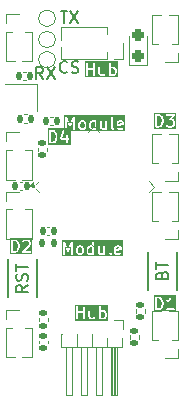
<source format=gto>
G04 #@! TF.GenerationSoftware,KiCad,Pcbnew,8.0.7-8.0.7-0~ubuntu24.04.1*
G04 #@! TF.CreationDate,2024-12-29T20:55:18-07:00*
G04 #@! TF.ProjectId,ESP32-S3 Hub,45535033-322d-4533-9320-4875622e6b69,V1*
G04 #@! TF.SameCoordinates,Original*
G04 #@! TF.FileFunction,Legend,Top*
G04 #@! TF.FilePolarity,Positive*
%FSLAX46Y46*%
G04 Gerber Fmt 4.6, Leading zero omitted, Abs format (unit mm)*
G04 Created by KiCad (PCBNEW 8.0.7-8.0.7-0~ubuntu24.04.1) date 2024-12-29 20:55:18*
%MOMM*%
%LPD*%
G01*
G04 APERTURE LIST*
G04 Aperture macros list*
%AMRoundRect*
0 Rectangle with rounded corners*
0 $1 Rounding radius*
0 $2 $3 $4 $5 $6 $7 $8 $9 X,Y pos of 4 corners*
0 Add a 4 corners polygon primitive as box body*
4,1,4,$2,$3,$4,$5,$6,$7,$8,$9,$2,$3,0*
0 Add four circle primitives for the rounded corners*
1,1,$1+$1,$2,$3*
1,1,$1+$1,$4,$5*
1,1,$1+$1,$6,$7*
1,1,$1+$1,$8,$9*
0 Add four rect primitives between the rounded corners*
20,1,$1+$1,$2,$3,$4,$5,0*
20,1,$1+$1,$4,$5,$6,$7,0*
20,1,$1+$1,$6,$7,$8,$9,0*
20,1,$1+$1,$8,$9,$2,$3,0*%
%AMRotRect*
0 Rectangle, with rotation*
0 The origin of the aperture is its center*
0 $1 length*
0 $2 width*
0 $3 Rotation angle, in degrees counterclockwise*
0 Add horizontal line*
21,1,$1,$2,0,0,$3*%
%AMOutline5P*
0 Free polygon, 5 corners , with rotation*
0 The origin of the aperture is its center*
0 number of corners: always 5*
0 $1 to $10 corner X, Y*
0 $11 Rotation angle, in degrees counterclockwise*
0 create outline with 5 corners*
4,1,5,$1,$2,$3,$4,$5,$6,$7,$8,$9,$10,$1,$2,$11*%
%AMOutline6P*
0 Free polygon, 6 corners , with rotation*
0 The origin of the aperture is its center*
0 number of corners: always 6*
0 $1 to $12 corner X, Y*
0 $13 Rotation angle, in degrees counterclockwise*
0 create outline with 6 corners*
4,1,6,$1,$2,$3,$4,$5,$6,$7,$8,$9,$10,$11,$12,$1,$2,$13*%
%AMOutline7P*
0 Free polygon, 7 corners , with rotation*
0 The origin of the aperture is its center*
0 number of corners: always 7*
0 $1 to $14 corner X, Y*
0 $15 Rotation angle, in degrees counterclockwise*
0 create outline with 7 corners*
4,1,7,$1,$2,$3,$4,$5,$6,$7,$8,$9,$10,$11,$12,$13,$14,$1,$2,$15*%
%AMOutline8P*
0 Free polygon, 8 corners , with rotation*
0 The origin of the aperture is its center*
0 number of corners: always 8*
0 $1 to $16 corner X, Y*
0 $17 Rotation angle, in degrees counterclockwise*
0 create outline with 8 corners*
4,1,8,$1,$2,$3,$4,$5,$6,$7,$8,$9,$10,$11,$12,$13,$14,$15,$16,$1,$2,$17*%
G04 Aperture macros list end*
%ADD10C,0.150000*%
%ADD11C,0.120000*%
%ADD12C,0.152400*%
%ADD13RoundRect,0.237500X0.237500X-0.287500X0.237500X0.287500X-0.237500X0.287500X-0.237500X-0.287500X0*%
%ADD14R,1.000000X1.000000*%
%ADD15O,1.000000X1.000000*%
%ADD16RoundRect,0.140000X-0.170000X0.140000X-0.170000X-0.140000X0.170000X-0.140000X0.170000X0.140000X0*%
%ADD17RoundRect,0.140000X0.140000X0.170000X-0.140000X0.170000X-0.140000X-0.170000X0.140000X-0.170000X0*%
%ADD18C,1.000000*%
%ADD19RoundRect,0.135000X0.185000X-0.135000X0.185000X0.135000X-0.185000X0.135000X-0.185000X-0.135000X0*%
%ADD20RoundRect,0.140000X-0.140000X-0.170000X0.140000X-0.170000X0.140000X0.170000X-0.140000X0.170000X0*%
%ADD21R,1.295400X0.558800*%
%ADD22R,0.900000X0.800000*%
%ADD23RoundRect,0.147500X-0.147500X-0.172500X0.147500X-0.172500X0.147500X0.172500X-0.147500X0.172500X0*%
%ADD24RoundRect,0.050000X-0.212132X-0.282843X0.282843X0.212132X0.212132X0.282843X-0.282843X-0.212132X0*%
%ADD25RoundRect,0.050000X0.212132X-0.282843X0.282843X-0.212132X-0.212132X0.282843X-0.282843X0.212132X0*%
%ADD26RotRect,4.000000X4.000000X45.000000*%
%ADD27R,0.230000X0.500000*%
%ADD28Outline5P,-0.450000X0.180000X-0.180000X0.450000X0.450000X0.450000X0.450000X-0.450000X-0.450000X-0.450000X0.000000*%
%ADD29Outline5P,-0.450000X0.180000X-0.180000X0.450000X0.450000X0.450000X0.450000X-0.450000X-0.450000X-0.450000X90.000000*%
%ADD30Outline5P,-0.450000X0.180000X-0.180000X0.450000X0.450000X0.450000X0.450000X-0.450000X-0.450000X-0.450000X270.000000*%
%ADD31Outline5P,-0.450000X0.180000X-0.180000X0.450000X0.450000X0.450000X0.450000X-0.450000X-0.450000X-0.450000X180.000000*%
%ADD32RoundRect,0.135000X-0.185000X0.135000X-0.185000X-0.135000X0.185000X-0.135000X0.185000X0.135000X0*%
G04 APERTURE END LIST*
D10*
G36*
X148977217Y-101482990D02*
G01*
X149051330Y-101557103D01*
X149089823Y-101634090D01*
X149133207Y-101807624D01*
X149133207Y-101932013D01*
X149089823Y-102105547D01*
X149051329Y-102182534D01*
X148977217Y-102256647D01*
X148862704Y-102294819D01*
X148711779Y-102294819D01*
X148711779Y-101444819D01*
X148862704Y-101444819D01*
X148977217Y-101482990D01*
G37*
G36*
X150346699Y-102555930D02*
G01*
X148450668Y-102555930D01*
X148450668Y-101369819D01*
X148561779Y-101369819D01*
X148561779Y-102369819D01*
X148563220Y-102384451D01*
X148574419Y-102411487D01*
X148595111Y-102432179D01*
X148622147Y-102443378D01*
X148636779Y-102444819D01*
X148874874Y-102444819D01*
X148882279Y-102444089D01*
X148884254Y-102444230D01*
X148886851Y-102443639D01*
X148889506Y-102443378D01*
X148891337Y-102442619D01*
X148898591Y-102440970D01*
X149041448Y-102393351D01*
X149054873Y-102387357D01*
X149056908Y-102385591D01*
X149059399Y-102384560D01*
X149070764Y-102375233D01*
X149090810Y-102355187D01*
X149467982Y-102355187D01*
X149467982Y-102384451D01*
X149479181Y-102411487D01*
X149499873Y-102432179D01*
X149526909Y-102443378D01*
X149541541Y-102444819D01*
X150160588Y-102444819D01*
X150175220Y-102443378D01*
X150202256Y-102432179D01*
X150222948Y-102411487D01*
X150234147Y-102384451D01*
X150234147Y-102355187D01*
X150222948Y-102328151D01*
X150202256Y-102307459D01*
X150175220Y-102296260D01*
X150160588Y-102294819D01*
X149722607Y-102294819D01*
X150166002Y-101851423D01*
X150175330Y-101840058D01*
X150176361Y-101837567D01*
X150178126Y-101835533D01*
X150184120Y-101822107D01*
X150231739Y-101679251D01*
X150233388Y-101671995D01*
X150234147Y-101670165D01*
X150234408Y-101667511D01*
X150234999Y-101664914D01*
X150234858Y-101662939D01*
X150235588Y-101655533D01*
X150235588Y-101560295D01*
X150234147Y-101545663D01*
X150233116Y-101543174D01*
X150232925Y-101540485D01*
X150227670Y-101526754D01*
X150180051Y-101431516D01*
X150176086Y-101425216D01*
X150175329Y-101423389D01*
X150173640Y-101421332D01*
X150172219Y-101419073D01*
X150170720Y-101417773D01*
X150166002Y-101412024D01*
X150118383Y-101364405D01*
X150112633Y-101359686D01*
X150111334Y-101358188D01*
X150109074Y-101356766D01*
X150107018Y-101355078D01*
X150105190Y-101354320D01*
X150098891Y-101350356D01*
X150003653Y-101302737D01*
X149989921Y-101297482D01*
X149987233Y-101297291D01*
X149984744Y-101296260D01*
X149970112Y-101294819D01*
X149732017Y-101294819D01*
X149717385Y-101296260D01*
X149714896Y-101297290D01*
X149712207Y-101297482D01*
X149698476Y-101302737D01*
X149603238Y-101350356D01*
X149596938Y-101354320D01*
X149595111Y-101355078D01*
X149593054Y-101356766D01*
X149590795Y-101358188D01*
X149589495Y-101359686D01*
X149583746Y-101364405D01*
X149536127Y-101412024D01*
X149526800Y-101423389D01*
X149515601Y-101450426D01*
X149515601Y-101479688D01*
X149526800Y-101506725D01*
X149547492Y-101527417D01*
X149574529Y-101538616D01*
X149603791Y-101538616D01*
X149630828Y-101527417D01*
X149642193Y-101518090D01*
X149681206Y-101479077D01*
X149749722Y-101444819D01*
X149952407Y-101444819D01*
X150020923Y-101479077D01*
X150051330Y-101509484D01*
X150085588Y-101578000D01*
X150085588Y-101643363D01*
X150047416Y-101757876D01*
X149488508Y-102316786D01*
X149479181Y-102328151D01*
X149467982Y-102355187D01*
X149090810Y-102355187D01*
X149166003Y-102279993D01*
X149170720Y-102274244D01*
X149172219Y-102272945D01*
X149173640Y-102270686D01*
X149175330Y-102268628D01*
X149176087Y-102266798D01*
X149180051Y-102260502D01*
X149227670Y-102165264D01*
X149228079Y-102164194D01*
X149228402Y-102163759D01*
X149230594Y-102157622D01*
X149232925Y-102151533D01*
X149232963Y-102150992D01*
X149233349Y-102149913D01*
X149280968Y-101959437D01*
X149281343Y-101956900D01*
X149281766Y-101955879D01*
X149282308Y-101950366D01*
X149283118Y-101944893D01*
X149282955Y-101943800D01*
X149283207Y-101941247D01*
X149283207Y-101798390D01*
X149282955Y-101795836D01*
X149283118Y-101794744D01*
X149282308Y-101789270D01*
X149281766Y-101783758D01*
X149281343Y-101782736D01*
X149280968Y-101780200D01*
X149233349Y-101589724D01*
X149232963Y-101588644D01*
X149232925Y-101588104D01*
X149230594Y-101582014D01*
X149228402Y-101575878D01*
X149228079Y-101575442D01*
X149227670Y-101574373D01*
X149180051Y-101479135D01*
X149176088Y-101472840D01*
X149175330Y-101471008D01*
X149173638Y-101468946D01*
X149172219Y-101466692D01*
X149170722Y-101465393D01*
X149166002Y-101459643D01*
X149070764Y-101364405D01*
X149059399Y-101355078D01*
X149056908Y-101354046D01*
X149054873Y-101352281D01*
X149041448Y-101346287D01*
X148898591Y-101298668D01*
X148891337Y-101297018D01*
X148889506Y-101296260D01*
X148886851Y-101295998D01*
X148884254Y-101295408D01*
X148882279Y-101295548D01*
X148874874Y-101294819D01*
X148636779Y-101294819D01*
X148622147Y-101296260D01*
X148595111Y-101307459D01*
X148574419Y-101328151D01*
X148563220Y-101355187D01*
X148561779Y-101369819D01*
X148450668Y-101369819D01*
X148450668Y-101183708D01*
X150346699Y-101183708D01*
X150346699Y-102555930D01*
G37*
X153308207Y-87124580D02*
X153260588Y-87172200D01*
X153260588Y-87172200D02*
X153117731Y-87219819D01*
X153117731Y-87219819D02*
X153022493Y-87219819D01*
X153022493Y-87219819D02*
X152879636Y-87172200D01*
X152879636Y-87172200D02*
X152784398Y-87076961D01*
X152784398Y-87076961D02*
X152736779Y-86981723D01*
X152736779Y-86981723D02*
X152689160Y-86791247D01*
X152689160Y-86791247D02*
X152689160Y-86648390D01*
X152689160Y-86648390D02*
X152736779Y-86457914D01*
X152736779Y-86457914D02*
X152784398Y-86362676D01*
X152784398Y-86362676D02*
X152879636Y-86267438D01*
X152879636Y-86267438D02*
X153022493Y-86219819D01*
X153022493Y-86219819D02*
X153117731Y-86219819D01*
X153117731Y-86219819D02*
X153260588Y-86267438D01*
X153260588Y-86267438D02*
X153308207Y-86315057D01*
X153689160Y-87172200D02*
X153832017Y-87219819D01*
X153832017Y-87219819D02*
X154070112Y-87219819D01*
X154070112Y-87219819D02*
X154165350Y-87172200D01*
X154165350Y-87172200D02*
X154212969Y-87124580D01*
X154212969Y-87124580D02*
X154260588Y-87029342D01*
X154260588Y-87029342D02*
X154260588Y-86934104D01*
X154260588Y-86934104D02*
X154212969Y-86838866D01*
X154212969Y-86838866D02*
X154165350Y-86791247D01*
X154165350Y-86791247D02*
X154070112Y-86743628D01*
X154070112Y-86743628D02*
X153879636Y-86696009D01*
X153879636Y-86696009D02*
X153784398Y-86648390D01*
X153784398Y-86648390D02*
X153736779Y-86600771D01*
X153736779Y-86600771D02*
X153689160Y-86505533D01*
X153689160Y-86505533D02*
X153689160Y-86410295D01*
X153689160Y-86410295D02*
X153736779Y-86315057D01*
X153736779Y-86315057D02*
X153784398Y-86267438D01*
X153784398Y-86267438D02*
X153879636Y-86219819D01*
X153879636Y-86219819D02*
X154117731Y-86219819D01*
X154117731Y-86219819D02*
X154260588Y-86267438D01*
G36*
X156425685Y-107462410D02*
G01*
X156456092Y-107492817D01*
X156490350Y-107561333D01*
X156490350Y-107811637D01*
X156456091Y-107880153D01*
X156425684Y-107910561D01*
X156357169Y-107944819D01*
X156202103Y-107944819D01*
X156164160Y-107925847D01*
X156164160Y-107447123D01*
X156202103Y-107428152D01*
X156357169Y-107428152D01*
X156425685Y-107462410D01*
G37*
G36*
X156751461Y-108205930D02*
G01*
X153950668Y-108205930D01*
X153950668Y-107019819D01*
X154061779Y-107019819D01*
X154061779Y-108019819D01*
X154063220Y-108034451D01*
X154074419Y-108061487D01*
X154095111Y-108082179D01*
X154122147Y-108093378D01*
X154151411Y-108093378D01*
X154178447Y-108082179D01*
X154199139Y-108061487D01*
X154210338Y-108034451D01*
X154211779Y-108019819D01*
X154211779Y-107571009D01*
X154633207Y-107571009D01*
X154633207Y-108019819D01*
X154634648Y-108034451D01*
X154645847Y-108061487D01*
X154666539Y-108082179D01*
X154693575Y-108093378D01*
X154722839Y-108093378D01*
X154749875Y-108082179D01*
X154770567Y-108061487D01*
X154781766Y-108034451D01*
X154783207Y-108019819D01*
X154783207Y-107353152D01*
X155109398Y-107353152D01*
X155109398Y-107876961D01*
X155110839Y-107891593D01*
X155111870Y-107894082D01*
X155112061Y-107896770D01*
X155117316Y-107910502D01*
X155164935Y-108005741D01*
X155166475Y-108008187D01*
X155166860Y-108009342D01*
X155168106Y-108010779D01*
X155172767Y-108018183D01*
X155179869Y-108024342D01*
X155186033Y-108031450D01*
X155193438Y-108036111D01*
X155194875Y-108037357D01*
X155196028Y-108037741D01*
X155198476Y-108039282D01*
X155293714Y-108086901D01*
X155307445Y-108092156D01*
X155310134Y-108092347D01*
X155312623Y-108093378D01*
X155327255Y-108094819D01*
X155470112Y-108094819D01*
X155484744Y-108093378D01*
X155487233Y-108092346D01*
X155489921Y-108092156D01*
X155503653Y-108086901D01*
X155551899Y-108062777D01*
X155571301Y-108082179D01*
X155598337Y-108093378D01*
X155627601Y-108093378D01*
X155654637Y-108082179D01*
X155675329Y-108061487D01*
X155686528Y-108034451D01*
X155687969Y-108019819D01*
X155687969Y-107353152D01*
X155686528Y-107338520D01*
X155675329Y-107311484D01*
X155654637Y-107290792D01*
X155627601Y-107279593D01*
X155598337Y-107279593D01*
X155571301Y-107290792D01*
X155550609Y-107311484D01*
X155539410Y-107338520D01*
X155537969Y-107353152D01*
X155537969Y-107893514D01*
X155520922Y-107910561D01*
X155452407Y-107944819D01*
X155344960Y-107944819D01*
X155287918Y-107916298D01*
X155259398Y-107859256D01*
X155259398Y-107353152D01*
X155257957Y-107338520D01*
X155246758Y-107311484D01*
X155226066Y-107290792D01*
X155199030Y-107279593D01*
X155169766Y-107279593D01*
X155142730Y-107290792D01*
X155122038Y-107311484D01*
X155110839Y-107338520D01*
X155109398Y-107353152D01*
X154783207Y-107353152D01*
X154783207Y-107019819D01*
X156014160Y-107019819D01*
X156014160Y-108019819D01*
X156015601Y-108034451D01*
X156026800Y-108061487D01*
X156047492Y-108082179D01*
X156074528Y-108093378D01*
X156103792Y-108093378D01*
X156130828Y-108082179D01*
X156134356Y-108078650D01*
X156150857Y-108086901D01*
X156164588Y-108092156D01*
X156167277Y-108092347D01*
X156169766Y-108093378D01*
X156184398Y-108094819D01*
X156374874Y-108094819D01*
X156389506Y-108093378D01*
X156391995Y-108092346D01*
X156394683Y-108092156D01*
X156408415Y-108086901D01*
X156503653Y-108039282D01*
X156509952Y-108035317D01*
X156511780Y-108034560D01*
X156513836Y-108032872D01*
X156516096Y-108031450D01*
X156517396Y-108029950D01*
X156523146Y-108025232D01*
X156570764Y-107977613D01*
X156575482Y-107971863D01*
X156576981Y-107970564D01*
X156578402Y-107968305D01*
X156580092Y-107966247D01*
X156580849Y-107964417D01*
X156584813Y-107958121D01*
X156632432Y-107862883D01*
X156637687Y-107849152D01*
X156637878Y-107846462D01*
X156638909Y-107843974D01*
X156640350Y-107829342D01*
X156640350Y-107543628D01*
X156638909Y-107528996D01*
X156637878Y-107526507D01*
X156637687Y-107523818D01*
X156632432Y-107510087D01*
X156584813Y-107414849D01*
X156580848Y-107408549D01*
X156580091Y-107406722D01*
X156578402Y-107404665D01*
X156576981Y-107402406D01*
X156575482Y-107401106D01*
X156570764Y-107395357D01*
X156523145Y-107347738D01*
X156517395Y-107343019D01*
X156516096Y-107341521D01*
X156513836Y-107340099D01*
X156511780Y-107338411D01*
X156509952Y-107337653D01*
X156503653Y-107333689D01*
X156408415Y-107286070D01*
X156394683Y-107280815D01*
X156391995Y-107280624D01*
X156389506Y-107279593D01*
X156374874Y-107278152D01*
X156184398Y-107278152D01*
X156169766Y-107279593D01*
X156167277Y-107280623D01*
X156164588Y-107280815D01*
X156164160Y-107280978D01*
X156164160Y-107019819D01*
X156162719Y-107005187D01*
X156151520Y-106978151D01*
X156130828Y-106957459D01*
X156103792Y-106946260D01*
X156074528Y-106946260D01*
X156047492Y-106957459D01*
X156026800Y-106978151D01*
X156015601Y-107005187D01*
X156014160Y-107019819D01*
X154783207Y-107019819D01*
X154781766Y-107005187D01*
X154770567Y-106978151D01*
X154749875Y-106957459D01*
X154722839Y-106946260D01*
X154693575Y-106946260D01*
X154666539Y-106957459D01*
X154645847Y-106978151D01*
X154634648Y-107005187D01*
X154633207Y-107019819D01*
X154633207Y-107421009D01*
X154211779Y-107421009D01*
X154211779Y-107019819D01*
X154210338Y-107005187D01*
X154199139Y-106978151D01*
X154178447Y-106957459D01*
X154151411Y-106946260D01*
X154122147Y-106946260D01*
X154095111Y-106957459D01*
X154074419Y-106978151D01*
X154063220Y-107005187D01*
X154061779Y-107019819D01*
X153950668Y-107019819D01*
X153950668Y-106835149D01*
X156751461Y-106835149D01*
X156751461Y-108205930D01*
G37*
G36*
X161177217Y-90882990D02*
G01*
X161251330Y-90957103D01*
X161289823Y-91034090D01*
X161333207Y-91207624D01*
X161333207Y-91332013D01*
X161289823Y-91505547D01*
X161251329Y-91582534D01*
X161177217Y-91656647D01*
X161062704Y-91694819D01*
X160911779Y-91694819D01*
X160911779Y-90844819D01*
X161062704Y-90844819D01*
X161177217Y-90882990D01*
G37*
G36*
X162546699Y-91955930D02*
G01*
X160650668Y-91955930D01*
X160650668Y-90769819D01*
X160761779Y-90769819D01*
X160761779Y-91769819D01*
X160763220Y-91784451D01*
X160774419Y-91811487D01*
X160795111Y-91832179D01*
X160822147Y-91843378D01*
X160836779Y-91844819D01*
X161074874Y-91844819D01*
X161082279Y-91844089D01*
X161084254Y-91844230D01*
X161086851Y-91843639D01*
X161089506Y-91843378D01*
X161091337Y-91842619D01*
X161098591Y-91840970D01*
X161241448Y-91793351D01*
X161254873Y-91787357D01*
X161256908Y-91785591D01*
X161259399Y-91784560D01*
X161270764Y-91775233D01*
X161366003Y-91679993D01*
X161370720Y-91674244D01*
X161372219Y-91672945D01*
X161373640Y-91670686D01*
X161375330Y-91668628D01*
X161376087Y-91666798D01*
X161380051Y-91660502D01*
X161427670Y-91565264D01*
X161428079Y-91564194D01*
X161428402Y-91563759D01*
X161430594Y-91557622D01*
X161432925Y-91551533D01*
X161432963Y-91550992D01*
X161433349Y-91549913D01*
X161480968Y-91359437D01*
X161481343Y-91356900D01*
X161481766Y-91355879D01*
X161482308Y-91350366D01*
X161483118Y-91344893D01*
X161482955Y-91343800D01*
X161483207Y-91341247D01*
X161483207Y-91198390D01*
X161482955Y-91195836D01*
X161483118Y-91194744D01*
X161482308Y-91189270D01*
X161481766Y-91183758D01*
X161481343Y-91182736D01*
X161480968Y-91180200D01*
X161433349Y-90989724D01*
X161432963Y-90988644D01*
X161432925Y-90988104D01*
X161430594Y-90982014D01*
X161428402Y-90975878D01*
X161428079Y-90975442D01*
X161427670Y-90974373D01*
X161380051Y-90879135D01*
X161376088Y-90872840D01*
X161375330Y-90871008D01*
X161373638Y-90868946D01*
X161372219Y-90866692D01*
X161370722Y-90865393D01*
X161366002Y-90859643D01*
X161270764Y-90764405D01*
X161259532Y-90755187D01*
X161667982Y-90755187D01*
X161667982Y-90784451D01*
X161679181Y-90811487D01*
X161699873Y-90832179D01*
X161726909Y-90843378D01*
X161741541Y-90844819D01*
X162195306Y-90844819D01*
X161970812Y-91101383D01*
X161966290Y-91107707D01*
X161964895Y-91109103D01*
X161964346Y-91110426D01*
X161962261Y-91113344D01*
X161958359Y-91124881D01*
X161953696Y-91136139D01*
X161953696Y-91138669D01*
X161952886Y-91141065D01*
X161953696Y-91153218D01*
X161953696Y-91165403D01*
X161954663Y-91167739D01*
X161954832Y-91170263D01*
X161960234Y-91181188D01*
X161964895Y-91192439D01*
X161966681Y-91194225D01*
X161967804Y-91196495D01*
X161976976Y-91204520D01*
X161985587Y-91213131D01*
X161987923Y-91214099D01*
X161989828Y-91215765D01*
X162001365Y-91219666D01*
X162012623Y-91224330D01*
X162016193Y-91224681D01*
X162017549Y-91225140D01*
X162019516Y-91225008D01*
X162027255Y-91225771D01*
X162152407Y-91225771D01*
X162220923Y-91260029D01*
X162251330Y-91290436D01*
X162285588Y-91358952D01*
X162285588Y-91561637D01*
X162251329Y-91630153D01*
X162220922Y-91660561D01*
X162152407Y-91694819D01*
X161902103Y-91694819D01*
X161833587Y-91660561D01*
X161794575Y-91621548D01*
X161783209Y-91612220D01*
X161756173Y-91601021D01*
X161726910Y-91601021D01*
X161699874Y-91612219D01*
X161679181Y-91632912D01*
X161667982Y-91659948D01*
X161667982Y-91689211D01*
X161679180Y-91716247D01*
X161688507Y-91727612D01*
X161736126Y-91775232D01*
X161741875Y-91779950D01*
X161743176Y-91781450D01*
X161745435Y-91782872D01*
X161747492Y-91784560D01*
X161749319Y-91785317D01*
X161755619Y-91789282D01*
X161850857Y-91836901D01*
X161864588Y-91842156D01*
X161867277Y-91842347D01*
X161869766Y-91843378D01*
X161884398Y-91844819D01*
X162170112Y-91844819D01*
X162184744Y-91843378D01*
X162187233Y-91842346D01*
X162189921Y-91842156D01*
X162203653Y-91836901D01*
X162298891Y-91789282D01*
X162305190Y-91785317D01*
X162307018Y-91784560D01*
X162309074Y-91782872D01*
X162311334Y-91781450D01*
X162312634Y-91779950D01*
X162318384Y-91775232D01*
X162366002Y-91727613D01*
X162370720Y-91721863D01*
X162372219Y-91720564D01*
X162373640Y-91718305D01*
X162375330Y-91716247D01*
X162376087Y-91714417D01*
X162380051Y-91708121D01*
X162427670Y-91612883D01*
X162432925Y-91599152D01*
X162433116Y-91596462D01*
X162434147Y-91593974D01*
X162435588Y-91579342D01*
X162435588Y-91341247D01*
X162434147Y-91326615D01*
X162433116Y-91324126D01*
X162432925Y-91321437D01*
X162427670Y-91307706D01*
X162380051Y-91212468D01*
X162376086Y-91206168D01*
X162375329Y-91204341D01*
X162373640Y-91202284D01*
X162372219Y-91200025D01*
X162370720Y-91198725D01*
X162366002Y-91192976D01*
X162318383Y-91145357D01*
X162312633Y-91140638D01*
X162311334Y-91139140D01*
X162309074Y-91137718D01*
X162307018Y-91136030D01*
X162305190Y-91135272D01*
X162298891Y-91131308D01*
X162203653Y-91083689D01*
X162190135Y-91078516D01*
X162417031Y-90819207D01*
X162421552Y-90812882D01*
X162422948Y-90811487D01*
X162423496Y-90810163D01*
X162425582Y-90807246D01*
X162429483Y-90795708D01*
X162434147Y-90784451D01*
X162434147Y-90781920D01*
X162434957Y-90779525D01*
X162434147Y-90767371D01*
X162434147Y-90755187D01*
X162433179Y-90752850D01*
X162433011Y-90750327D01*
X162427608Y-90739401D01*
X162422948Y-90728151D01*
X162421161Y-90726364D01*
X162420039Y-90724095D01*
X162410866Y-90716069D01*
X162402256Y-90707459D01*
X162399919Y-90706490D01*
X162398015Y-90704825D01*
X162386477Y-90700923D01*
X162375220Y-90696260D01*
X162371649Y-90695908D01*
X162370294Y-90695450D01*
X162368326Y-90695581D01*
X162360588Y-90694819D01*
X161741541Y-90694819D01*
X161726909Y-90696260D01*
X161699873Y-90707459D01*
X161679181Y-90728151D01*
X161667982Y-90755187D01*
X161259532Y-90755187D01*
X161259399Y-90755078D01*
X161256908Y-90754046D01*
X161254873Y-90752281D01*
X161241448Y-90746287D01*
X161098591Y-90698668D01*
X161091337Y-90697018D01*
X161089506Y-90696260D01*
X161086851Y-90695998D01*
X161084254Y-90695408D01*
X161082279Y-90695548D01*
X161074874Y-90694819D01*
X160836779Y-90694819D01*
X160822147Y-90696260D01*
X160795111Y-90707459D01*
X160774419Y-90728151D01*
X160763220Y-90755187D01*
X160761779Y-90769819D01*
X160650668Y-90769819D01*
X160650668Y-90583708D01*
X162546699Y-90583708D01*
X162546699Y-91955930D01*
G37*
G36*
X161167217Y-106347990D02*
G01*
X161241330Y-106422103D01*
X161279823Y-106499090D01*
X161323207Y-106672624D01*
X161323207Y-106797013D01*
X161279823Y-106970547D01*
X161241329Y-107047534D01*
X161167217Y-107121647D01*
X161052704Y-107159819D01*
X160901779Y-107159819D01*
X160901779Y-106309819D01*
X161052704Y-106309819D01*
X161167217Y-106347990D01*
G37*
G36*
X162535258Y-107420930D02*
G01*
X160640668Y-107420930D01*
X160640668Y-106234819D01*
X160751779Y-106234819D01*
X160751779Y-107234819D01*
X160753220Y-107249451D01*
X160764419Y-107276487D01*
X160785111Y-107297179D01*
X160812147Y-107308378D01*
X160826779Y-107309819D01*
X161064874Y-107309819D01*
X161072279Y-107309089D01*
X161074254Y-107309230D01*
X161076851Y-107308639D01*
X161079506Y-107308378D01*
X161081337Y-107307619D01*
X161088591Y-107305970D01*
X161231448Y-107258351D01*
X161244873Y-107252357D01*
X161246908Y-107250591D01*
X161249399Y-107249560D01*
X161260764Y-107240233D01*
X161356003Y-107144993D01*
X161360720Y-107139244D01*
X161362219Y-107137945D01*
X161363640Y-107135686D01*
X161365330Y-107133628D01*
X161366087Y-107131798D01*
X161370051Y-107125502D01*
X161417670Y-107030264D01*
X161418079Y-107029194D01*
X161418402Y-107028759D01*
X161420594Y-107022622D01*
X161422925Y-107016533D01*
X161422963Y-107015992D01*
X161423349Y-107014913D01*
X161470968Y-106824437D01*
X161471343Y-106821900D01*
X161471766Y-106820879D01*
X161472308Y-106815366D01*
X161473118Y-106809893D01*
X161472955Y-106808800D01*
X161473207Y-106806247D01*
X161473207Y-106663390D01*
X161472955Y-106660836D01*
X161473118Y-106659744D01*
X161472308Y-106654270D01*
X161471766Y-106648758D01*
X161471343Y-106647736D01*
X161470968Y-106645200D01*
X161437456Y-106511152D01*
X161704749Y-106511152D01*
X161706823Y-106540342D01*
X161719910Y-106566517D01*
X161742018Y-106585690D01*
X161769779Y-106594944D01*
X161798969Y-106592870D01*
X161812701Y-106587615D01*
X161907939Y-106539996D01*
X161914238Y-106536031D01*
X161916066Y-106535274D01*
X161918122Y-106533585D01*
X161920382Y-106532164D01*
X161921681Y-106530665D01*
X161927431Y-106525947D01*
X161989874Y-106463504D01*
X161989874Y-107159819D01*
X161779160Y-107159819D01*
X161764528Y-107161260D01*
X161737492Y-107172459D01*
X161716800Y-107193151D01*
X161705601Y-107220187D01*
X161705601Y-107249451D01*
X161716800Y-107276487D01*
X161737492Y-107297179D01*
X161764528Y-107308378D01*
X161779160Y-107309819D01*
X162350588Y-107309819D01*
X162365220Y-107308378D01*
X162392256Y-107297179D01*
X162412948Y-107276487D01*
X162424147Y-107249451D01*
X162424147Y-107220187D01*
X162412948Y-107193151D01*
X162392256Y-107172459D01*
X162365220Y-107161260D01*
X162350588Y-107159819D01*
X162139874Y-107159819D01*
X162139874Y-106234819D01*
X162139868Y-106234766D01*
X162139874Y-106234740D01*
X162139858Y-106234663D01*
X162138433Y-106220187D01*
X162135591Y-106213326D01*
X162134135Y-106206045D01*
X162130045Y-106199938D01*
X162127234Y-106193151D01*
X162121985Y-106187902D01*
X162117852Y-106181730D01*
X162111735Y-106177652D01*
X162106542Y-106172459D01*
X162099682Y-106169617D01*
X162093503Y-106165498D01*
X162086294Y-106164072D01*
X162079506Y-106161260D01*
X162072079Y-106161260D01*
X162064795Y-106159819D01*
X162057590Y-106161260D01*
X162050242Y-106161260D01*
X162043381Y-106164101D01*
X162036101Y-106165558D01*
X162029995Y-106169646D01*
X162023206Y-106172459D01*
X162017955Y-106177709D01*
X162011786Y-106181841D01*
X162002565Y-106193099D01*
X162002514Y-106193151D01*
X162002504Y-106193173D01*
X162002470Y-106193216D01*
X161911350Y-106329896D01*
X161829971Y-106411275D01*
X161745619Y-106453451D01*
X161733176Y-106461283D01*
X161714003Y-106483391D01*
X161704749Y-106511152D01*
X161437456Y-106511152D01*
X161423349Y-106454724D01*
X161422963Y-106453644D01*
X161422925Y-106453104D01*
X161420588Y-106446997D01*
X161418402Y-106440878D01*
X161418079Y-106440442D01*
X161417670Y-106439373D01*
X161370051Y-106344135D01*
X161366088Y-106337840D01*
X161365330Y-106336008D01*
X161363638Y-106333946D01*
X161362219Y-106331692D01*
X161360722Y-106330393D01*
X161356002Y-106324643D01*
X161260764Y-106229405D01*
X161249399Y-106220078D01*
X161246908Y-106219046D01*
X161244873Y-106217281D01*
X161231448Y-106211287D01*
X161088591Y-106163668D01*
X161081337Y-106162018D01*
X161079506Y-106161260D01*
X161076851Y-106160998D01*
X161074254Y-106160408D01*
X161072279Y-106160548D01*
X161064874Y-106159819D01*
X160826779Y-106159819D01*
X160812147Y-106161260D01*
X160785111Y-106172459D01*
X160764419Y-106193151D01*
X160753220Y-106220187D01*
X160751779Y-106234819D01*
X160640668Y-106234819D01*
X160640668Y-106048708D01*
X162535258Y-106048708D01*
X162535258Y-107420930D01*
G37*
G36*
X157275685Y-86862410D02*
G01*
X157306092Y-86892817D01*
X157340350Y-86961333D01*
X157340350Y-87211637D01*
X157306091Y-87280153D01*
X157275684Y-87310561D01*
X157207169Y-87344819D01*
X157052103Y-87344819D01*
X157014160Y-87325847D01*
X157014160Y-86847123D01*
X157052103Y-86828152D01*
X157207169Y-86828152D01*
X157275685Y-86862410D01*
G37*
G36*
X157601461Y-87605930D02*
G01*
X154800668Y-87605930D01*
X154800668Y-86419819D01*
X154911779Y-86419819D01*
X154911779Y-87419819D01*
X154913220Y-87434451D01*
X154924419Y-87461487D01*
X154945111Y-87482179D01*
X154972147Y-87493378D01*
X155001411Y-87493378D01*
X155028447Y-87482179D01*
X155049139Y-87461487D01*
X155060338Y-87434451D01*
X155061779Y-87419819D01*
X155061779Y-86971009D01*
X155483207Y-86971009D01*
X155483207Y-87419819D01*
X155484648Y-87434451D01*
X155495847Y-87461487D01*
X155516539Y-87482179D01*
X155543575Y-87493378D01*
X155572839Y-87493378D01*
X155599875Y-87482179D01*
X155620567Y-87461487D01*
X155631766Y-87434451D01*
X155633207Y-87419819D01*
X155633207Y-86753152D01*
X155959398Y-86753152D01*
X155959398Y-87276961D01*
X155960839Y-87291593D01*
X155961870Y-87294082D01*
X155962061Y-87296770D01*
X155967316Y-87310502D01*
X156014935Y-87405741D01*
X156016475Y-87408187D01*
X156016860Y-87409342D01*
X156018106Y-87410779D01*
X156022767Y-87418183D01*
X156029869Y-87424342D01*
X156036033Y-87431450D01*
X156043438Y-87436111D01*
X156044875Y-87437357D01*
X156046028Y-87437741D01*
X156048476Y-87439282D01*
X156143714Y-87486901D01*
X156157445Y-87492156D01*
X156160134Y-87492347D01*
X156162623Y-87493378D01*
X156177255Y-87494819D01*
X156320112Y-87494819D01*
X156334744Y-87493378D01*
X156337233Y-87492346D01*
X156339921Y-87492156D01*
X156353653Y-87486901D01*
X156401899Y-87462777D01*
X156421301Y-87482179D01*
X156448337Y-87493378D01*
X156477601Y-87493378D01*
X156504637Y-87482179D01*
X156525329Y-87461487D01*
X156536528Y-87434451D01*
X156537969Y-87419819D01*
X156537969Y-86753152D01*
X156536528Y-86738520D01*
X156525329Y-86711484D01*
X156504637Y-86690792D01*
X156477601Y-86679593D01*
X156448337Y-86679593D01*
X156421301Y-86690792D01*
X156400609Y-86711484D01*
X156389410Y-86738520D01*
X156387969Y-86753152D01*
X156387969Y-87293514D01*
X156370922Y-87310561D01*
X156302407Y-87344819D01*
X156194960Y-87344819D01*
X156137918Y-87316298D01*
X156109398Y-87259256D01*
X156109398Y-86753152D01*
X156107957Y-86738520D01*
X156096758Y-86711484D01*
X156076066Y-86690792D01*
X156049030Y-86679593D01*
X156019766Y-86679593D01*
X155992730Y-86690792D01*
X155972038Y-86711484D01*
X155960839Y-86738520D01*
X155959398Y-86753152D01*
X155633207Y-86753152D01*
X155633207Y-86419819D01*
X156864160Y-86419819D01*
X156864160Y-87419819D01*
X156865601Y-87434451D01*
X156876800Y-87461487D01*
X156897492Y-87482179D01*
X156924528Y-87493378D01*
X156953792Y-87493378D01*
X156980828Y-87482179D01*
X156984356Y-87478650D01*
X157000857Y-87486901D01*
X157014588Y-87492156D01*
X157017277Y-87492347D01*
X157019766Y-87493378D01*
X157034398Y-87494819D01*
X157224874Y-87494819D01*
X157239506Y-87493378D01*
X157241995Y-87492346D01*
X157244683Y-87492156D01*
X157258415Y-87486901D01*
X157353653Y-87439282D01*
X157359952Y-87435317D01*
X157361780Y-87434560D01*
X157363836Y-87432872D01*
X157366096Y-87431450D01*
X157367396Y-87429950D01*
X157373146Y-87425232D01*
X157420764Y-87377613D01*
X157425482Y-87371863D01*
X157426981Y-87370564D01*
X157428402Y-87368305D01*
X157430092Y-87366247D01*
X157430849Y-87364417D01*
X157434813Y-87358121D01*
X157482432Y-87262883D01*
X157487687Y-87249152D01*
X157487878Y-87246462D01*
X157488909Y-87243974D01*
X157490350Y-87229342D01*
X157490350Y-86943628D01*
X157488909Y-86928996D01*
X157487878Y-86926507D01*
X157487687Y-86923818D01*
X157482432Y-86910087D01*
X157434813Y-86814849D01*
X157430848Y-86808549D01*
X157430091Y-86806722D01*
X157428402Y-86804665D01*
X157426981Y-86802406D01*
X157425482Y-86801106D01*
X157420764Y-86795357D01*
X157373145Y-86747738D01*
X157367395Y-86743019D01*
X157366096Y-86741521D01*
X157363836Y-86740099D01*
X157361780Y-86738411D01*
X157359952Y-86737653D01*
X157353653Y-86733689D01*
X157258415Y-86686070D01*
X157244683Y-86680815D01*
X157241995Y-86680624D01*
X157239506Y-86679593D01*
X157224874Y-86678152D01*
X157034398Y-86678152D01*
X157019766Y-86679593D01*
X157017277Y-86680623D01*
X157014588Y-86680815D01*
X157014160Y-86680978D01*
X157014160Y-86419819D01*
X157012719Y-86405187D01*
X157001520Y-86378151D01*
X156980828Y-86357459D01*
X156953792Y-86346260D01*
X156924528Y-86346260D01*
X156897492Y-86357459D01*
X156876800Y-86378151D01*
X156865601Y-86405187D01*
X156864160Y-86419819D01*
X155633207Y-86419819D01*
X155631766Y-86405187D01*
X155620567Y-86378151D01*
X155599875Y-86357459D01*
X155572839Y-86346260D01*
X155543575Y-86346260D01*
X155516539Y-86357459D01*
X155495847Y-86378151D01*
X155484648Y-86405187D01*
X155483207Y-86419819D01*
X155483207Y-86821009D01*
X155061779Y-86821009D01*
X155061779Y-86419819D01*
X155060338Y-86405187D01*
X155049139Y-86378151D01*
X155028447Y-86357459D01*
X155001411Y-86346260D01*
X154972147Y-86346260D01*
X154945111Y-86357459D01*
X154924419Y-86378151D01*
X154913220Y-86405187D01*
X154911779Y-86419819D01*
X154800668Y-86419819D01*
X154800668Y-86235149D01*
X157601461Y-86235149D01*
X157601461Y-87605930D01*
G37*
X161346009Y-104329887D02*
X161393628Y-104187030D01*
X161393628Y-104187030D02*
X161441247Y-104139411D01*
X161441247Y-104139411D02*
X161536485Y-104091792D01*
X161536485Y-104091792D02*
X161679342Y-104091792D01*
X161679342Y-104091792D02*
X161774580Y-104139411D01*
X161774580Y-104139411D02*
X161822200Y-104187030D01*
X161822200Y-104187030D02*
X161869819Y-104282268D01*
X161869819Y-104282268D02*
X161869819Y-104663220D01*
X161869819Y-104663220D02*
X160869819Y-104663220D01*
X160869819Y-104663220D02*
X160869819Y-104329887D01*
X160869819Y-104329887D02*
X160917438Y-104234649D01*
X160917438Y-104234649D02*
X160965057Y-104187030D01*
X160965057Y-104187030D02*
X161060295Y-104139411D01*
X161060295Y-104139411D02*
X161155533Y-104139411D01*
X161155533Y-104139411D02*
X161250771Y-104187030D01*
X161250771Y-104187030D02*
X161298390Y-104234649D01*
X161298390Y-104234649D02*
X161346009Y-104329887D01*
X161346009Y-104329887D02*
X161346009Y-104663220D01*
X160869819Y-103806077D02*
X160869819Y-103234649D01*
X161869819Y-103520363D02*
X160869819Y-103520363D01*
X151258207Y-87719819D02*
X150924874Y-87243628D01*
X150686779Y-87719819D02*
X150686779Y-86719819D01*
X150686779Y-86719819D02*
X151067731Y-86719819D01*
X151067731Y-86719819D02*
X151162969Y-86767438D01*
X151162969Y-86767438D02*
X151210588Y-86815057D01*
X151210588Y-86815057D02*
X151258207Y-86910295D01*
X151258207Y-86910295D02*
X151258207Y-87053152D01*
X151258207Y-87053152D02*
X151210588Y-87148390D01*
X151210588Y-87148390D02*
X151162969Y-87196009D01*
X151162969Y-87196009D02*
X151067731Y-87243628D01*
X151067731Y-87243628D02*
X150686779Y-87243628D01*
X151591541Y-86719819D02*
X152258207Y-87719819D01*
X152258207Y-86719819D02*
X151591541Y-87719819D01*
G36*
X154516161Y-102012410D02*
G01*
X154546568Y-102042817D01*
X154580826Y-102111333D01*
X154580826Y-102361637D01*
X154546567Y-102430153D01*
X154516160Y-102460561D01*
X154447645Y-102494819D01*
X154340198Y-102494819D01*
X154271682Y-102460561D01*
X154241275Y-102430153D01*
X154207017Y-102361637D01*
X154207017Y-102111333D01*
X154241275Y-102042817D01*
X154271682Y-102012410D01*
X154340198Y-101978152D01*
X154447645Y-101978152D01*
X154516161Y-102012410D01*
G37*
G36*
X155437969Y-101997123D02*
G01*
X155437969Y-102475847D01*
X155400026Y-102494819D01*
X155244960Y-102494819D01*
X155176444Y-102460561D01*
X155146037Y-102430153D01*
X155111779Y-102361637D01*
X155111779Y-102111333D01*
X155146037Y-102042817D01*
X155176444Y-102012410D01*
X155244960Y-101978152D01*
X155400026Y-101978152D01*
X155437969Y-101997123D01*
G37*
G36*
X157742782Y-102006672D02*
G01*
X157771303Y-102063714D01*
X157771303Y-102079762D01*
X157445113Y-102144999D01*
X157445113Y-102063714D01*
X157473633Y-102006672D01*
X157530675Y-101978152D01*
X157685741Y-101978152D01*
X157742782Y-102006672D01*
G37*
G36*
X158032414Y-102755930D02*
G01*
X152850668Y-102755930D01*
X152850668Y-101569819D01*
X152961779Y-101569819D01*
X152961779Y-102569819D01*
X152963220Y-102584451D01*
X152974419Y-102611487D01*
X152995111Y-102632179D01*
X153022147Y-102643378D01*
X153051411Y-102643378D01*
X153078447Y-102632179D01*
X153099139Y-102611487D01*
X153110338Y-102584451D01*
X153111779Y-102569819D01*
X153111779Y-101907886D01*
X153302148Y-102315821D01*
X153305322Y-102321180D01*
X153305982Y-102322993D01*
X153307156Y-102324275D01*
X153309642Y-102328471D01*
X153318051Y-102336171D01*
X153325746Y-102344574D01*
X153328764Y-102345982D01*
X153331223Y-102348234D01*
X153341935Y-102352129D01*
X153352264Y-102356950D01*
X153355592Y-102357096D01*
X153358724Y-102358235D01*
X153370118Y-102357734D01*
X153381500Y-102358234D01*
X153384628Y-102357096D01*
X153387960Y-102356950D01*
X153398295Y-102352126D01*
X153409001Y-102348234D01*
X153411456Y-102345984D01*
X153414478Y-102344575D01*
X153422179Y-102336164D01*
X153430582Y-102328470D01*
X153433065Y-102324277D01*
X153434242Y-102322993D01*
X153434902Y-102321177D01*
X153438076Y-102315820D01*
X153628445Y-101907886D01*
X153628445Y-102569819D01*
X153629886Y-102584451D01*
X153641085Y-102611487D01*
X153661777Y-102632179D01*
X153688813Y-102643378D01*
X153718077Y-102643378D01*
X153745113Y-102632179D01*
X153765805Y-102611487D01*
X153777004Y-102584451D01*
X153778445Y-102569819D01*
X153778445Y-102093628D01*
X154057017Y-102093628D01*
X154057017Y-102379342D01*
X154058458Y-102393974D01*
X154059489Y-102396463D01*
X154059680Y-102399151D01*
X154064935Y-102412883D01*
X154112554Y-102508121D01*
X154116517Y-102514417D01*
X154117275Y-102516247D01*
X154118964Y-102518305D01*
X154120386Y-102520564D01*
X154121884Y-102521863D01*
X154126602Y-102527612D01*
X154174221Y-102575232D01*
X154179970Y-102579950D01*
X154181271Y-102581450D01*
X154183530Y-102582872D01*
X154185587Y-102584560D01*
X154187414Y-102585317D01*
X154193714Y-102589282D01*
X154288952Y-102636901D01*
X154302683Y-102642156D01*
X154305372Y-102642347D01*
X154307861Y-102643378D01*
X154322493Y-102644819D01*
X154465350Y-102644819D01*
X154479982Y-102643378D01*
X154482471Y-102642346D01*
X154485159Y-102642156D01*
X154498891Y-102636901D01*
X154594129Y-102589282D01*
X154600428Y-102585317D01*
X154602256Y-102584560D01*
X154604312Y-102582872D01*
X154606572Y-102581450D01*
X154607872Y-102579950D01*
X154613622Y-102575232D01*
X154661240Y-102527613D01*
X154665958Y-102521863D01*
X154667457Y-102520564D01*
X154668878Y-102518305D01*
X154670568Y-102516247D01*
X154671325Y-102514417D01*
X154675289Y-102508121D01*
X154722908Y-102412883D01*
X154728163Y-102399152D01*
X154728354Y-102396462D01*
X154729385Y-102393974D01*
X154730826Y-102379342D01*
X154730826Y-102093628D01*
X154961779Y-102093628D01*
X154961779Y-102379342D01*
X154963220Y-102393974D01*
X154964251Y-102396463D01*
X154964442Y-102399151D01*
X154969697Y-102412883D01*
X155017316Y-102508121D01*
X155021279Y-102514417D01*
X155022037Y-102516247D01*
X155023726Y-102518305D01*
X155025148Y-102520564D01*
X155026646Y-102521863D01*
X155031364Y-102527612D01*
X155078983Y-102575232D01*
X155084732Y-102579950D01*
X155086033Y-102581450D01*
X155088292Y-102582872D01*
X155090349Y-102584560D01*
X155092176Y-102585317D01*
X155098476Y-102589282D01*
X155193714Y-102636901D01*
X155207445Y-102642156D01*
X155210134Y-102642347D01*
X155212623Y-102643378D01*
X155227255Y-102644819D01*
X155417731Y-102644819D01*
X155432363Y-102643378D01*
X155434852Y-102642346D01*
X155437540Y-102642156D01*
X155451272Y-102636901D01*
X155467772Y-102628650D01*
X155471301Y-102632179D01*
X155498337Y-102643378D01*
X155527601Y-102643378D01*
X155554637Y-102632179D01*
X155575329Y-102611487D01*
X155586528Y-102584451D01*
X155587969Y-102569819D01*
X155587969Y-101903152D01*
X155914160Y-101903152D01*
X155914160Y-102426961D01*
X155915601Y-102441593D01*
X155916632Y-102444082D01*
X155916823Y-102446770D01*
X155922078Y-102460502D01*
X155969697Y-102555741D01*
X155971237Y-102558187D01*
X155971622Y-102559342D01*
X155972868Y-102560779D01*
X155977529Y-102568183D01*
X155984631Y-102574342D01*
X155990795Y-102581450D01*
X155998200Y-102586111D01*
X155999637Y-102587357D01*
X156000790Y-102587741D01*
X156003238Y-102589282D01*
X156098476Y-102636901D01*
X156112207Y-102642156D01*
X156114896Y-102642347D01*
X156117385Y-102643378D01*
X156132017Y-102644819D01*
X156274874Y-102644819D01*
X156289506Y-102643378D01*
X156291995Y-102642346D01*
X156294683Y-102642156D01*
X156308415Y-102636901D01*
X156356661Y-102612777D01*
X156376063Y-102632179D01*
X156403099Y-102643378D01*
X156432363Y-102643378D01*
X156459399Y-102632179D01*
X156480091Y-102611487D01*
X156491290Y-102584451D01*
X156492731Y-102569819D01*
X156492731Y-101903152D01*
X156491290Y-101888520D01*
X156480091Y-101861484D01*
X156459399Y-101840792D01*
X156432363Y-101829593D01*
X156403099Y-101829593D01*
X156376063Y-101840792D01*
X156355371Y-101861484D01*
X156344172Y-101888520D01*
X156342731Y-101903152D01*
X156342731Y-102443514D01*
X156325684Y-102460561D01*
X156257169Y-102494819D01*
X156149722Y-102494819D01*
X156092680Y-102466298D01*
X156064160Y-102409256D01*
X156064160Y-101903152D01*
X156062719Y-101888520D01*
X156051520Y-101861484D01*
X156030828Y-101840792D01*
X156003792Y-101829593D01*
X155974528Y-101829593D01*
X155947492Y-101840792D01*
X155926800Y-101861484D01*
X155915601Y-101888520D01*
X155914160Y-101903152D01*
X155587969Y-101903152D01*
X155587969Y-101569819D01*
X156818922Y-101569819D01*
X156818922Y-102426961D01*
X156820363Y-102441593D01*
X156821394Y-102444082D01*
X156821585Y-102446770D01*
X156826840Y-102460502D01*
X156874459Y-102555741D01*
X156875999Y-102558187D01*
X156876384Y-102559342D01*
X156877630Y-102560779D01*
X156882291Y-102568183D01*
X156889393Y-102574342D01*
X156895557Y-102581450D01*
X156902962Y-102586111D01*
X156904399Y-102587357D01*
X156905552Y-102587741D01*
X156908000Y-102589282D01*
X157003238Y-102636901D01*
X157016969Y-102642156D01*
X157046159Y-102644230D01*
X157073921Y-102634976D01*
X157096028Y-102615803D01*
X157109116Y-102589628D01*
X157111190Y-102560438D01*
X157101936Y-102532677D01*
X157082763Y-102510569D01*
X157070320Y-102502737D01*
X156997442Y-102466298D01*
X156968922Y-102409256D01*
X156968922Y-102046009D01*
X157295113Y-102046009D01*
X157295113Y-102426961D01*
X157296554Y-102441593D01*
X157297585Y-102444082D01*
X157297776Y-102446770D01*
X157303031Y-102460502D01*
X157350650Y-102555741D01*
X157352190Y-102558187D01*
X157352575Y-102559342D01*
X157353821Y-102560779D01*
X157358482Y-102568183D01*
X157365584Y-102574342D01*
X157371748Y-102581450D01*
X157379153Y-102586111D01*
X157380590Y-102587357D01*
X157381743Y-102587741D01*
X157384191Y-102589282D01*
X157479429Y-102636901D01*
X157493160Y-102642156D01*
X157495849Y-102642347D01*
X157498338Y-102643378D01*
X157512970Y-102644819D01*
X157703446Y-102644819D01*
X157718078Y-102643378D01*
X157720567Y-102642346D01*
X157723255Y-102642156D01*
X157736987Y-102636901D01*
X157832225Y-102589282D01*
X157844668Y-102581450D01*
X157863841Y-102559342D01*
X157873095Y-102531581D01*
X157871021Y-102502391D01*
X157857933Y-102476216D01*
X157835826Y-102457043D01*
X157808064Y-102447789D01*
X157778874Y-102449863D01*
X157765143Y-102455118D01*
X157685741Y-102494819D01*
X157530675Y-102494819D01*
X157473633Y-102466298D01*
X157445113Y-102409256D01*
X157445113Y-102297970D01*
X157861011Y-102214791D01*
X157875077Y-102210508D01*
X157881182Y-102206419D01*
X157887971Y-102203607D01*
X157893223Y-102198354D01*
X157899391Y-102194224D01*
X157903465Y-102188113D01*
X157908663Y-102182915D01*
X157911506Y-102176051D01*
X157915623Y-102169876D01*
X157917048Y-102162670D01*
X157919862Y-102155879D01*
X157921303Y-102141247D01*
X157921303Y-102046009D01*
X157919862Y-102031377D01*
X157918831Y-102028888D01*
X157918640Y-102026199D01*
X157913385Y-102012468D01*
X157865766Y-101917230D01*
X157864225Y-101914782D01*
X157863841Y-101913629D01*
X157862595Y-101912192D01*
X157857934Y-101904787D01*
X157850829Y-101898625D01*
X157844668Y-101891521D01*
X157837262Y-101886859D01*
X157835826Y-101885614D01*
X157834672Y-101885229D01*
X157832225Y-101883689D01*
X157736987Y-101836070D01*
X157723255Y-101830815D01*
X157720567Y-101830624D01*
X157718078Y-101829593D01*
X157703446Y-101828152D01*
X157512970Y-101828152D01*
X157498338Y-101829593D01*
X157495849Y-101830623D01*
X157493160Y-101830815D01*
X157479429Y-101836070D01*
X157384191Y-101883689D01*
X157381743Y-101885229D01*
X157380590Y-101885614D01*
X157379153Y-101886859D01*
X157371748Y-101891521D01*
X157365586Y-101898625D01*
X157358482Y-101904787D01*
X157353820Y-101912192D01*
X157352575Y-101913629D01*
X157352190Y-101914782D01*
X157350650Y-101917230D01*
X157303031Y-102012468D01*
X157297776Y-102026200D01*
X157297585Y-102028887D01*
X157296554Y-102031377D01*
X157295113Y-102046009D01*
X156968922Y-102046009D01*
X156968922Y-101569819D01*
X156967481Y-101555187D01*
X156956282Y-101528151D01*
X156935590Y-101507459D01*
X156908554Y-101496260D01*
X156879290Y-101496260D01*
X156852254Y-101507459D01*
X156831562Y-101528151D01*
X156820363Y-101555187D01*
X156818922Y-101569819D01*
X155587969Y-101569819D01*
X155586528Y-101555187D01*
X155575329Y-101528151D01*
X155554637Y-101507459D01*
X155527601Y-101496260D01*
X155498337Y-101496260D01*
X155471301Y-101507459D01*
X155450609Y-101528151D01*
X155439410Y-101555187D01*
X155437969Y-101569819D01*
X155437969Y-101830979D01*
X155437540Y-101830815D01*
X155434852Y-101830624D01*
X155432363Y-101829593D01*
X155417731Y-101828152D01*
X155227255Y-101828152D01*
X155212623Y-101829593D01*
X155210134Y-101830623D01*
X155207445Y-101830815D01*
X155193714Y-101836070D01*
X155098476Y-101883689D01*
X155092176Y-101887653D01*
X155090349Y-101888411D01*
X155088292Y-101890099D01*
X155086033Y-101891521D01*
X155084733Y-101893019D01*
X155078984Y-101897738D01*
X155031365Y-101945357D01*
X155026646Y-101951106D01*
X155025148Y-101952406D01*
X155023726Y-101954665D01*
X155022038Y-101956722D01*
X155021280Y-101958549D01*
X155017316Y-101964849D01*
X154969697Y-102060087D01*
X154964442Y-102073819D01*
X154964251Y-102076506D01*
X154963220Y-102078996D01*
X154961779Y-102093628D01*
X154730826Y-102093628D01*
X154729385Y-102078996D01*
X154728354Y-102076507D01*
X154728163Y-102073818D01*
X154722908Y-102060087D01*
X154675289Y-101964849D01*
X154671324Y-101958549D01*
X154670567Y-101956722D01*
X154668878Y-101954665D01*
X154667457Y-101952406D01*
X154665958Y-101951106D01*
X154661240Y-101945357D01*
X154613621Y-101897738D01*
X154607871Y-101893019D01*
X154606572Y-101891521D01*
X154604312Y-101890099D01*
X154602256Y-101888411D01*
X154600428Y-101887653D01*
X154594129Y-101883689D01*
X154498891Y-101836070D01*
X154485159Y-101830815D01*
X154482471Y-101830624D01*
X154479982Y-101829593D01*
X154465350Y-101828152D01*
X154322493Y-101828152D01*
X154307861Y-101829593D01*
X154305372Y-101830623D01*
X154302683Y-101830815D01*
X154288952Y-101836070D01*
X154193714Y-101883689D01*
X154187414Y-101887653D01*
X154185587Y-101888411D01*
X154183530Y-101890099D01*
X154181271Y-101891521D01*
X154179971Y-101893019D01*
X154174222Y-101897738D01*
X154126603Y-101945357D01*
X154121884Y-101951106D01*
X154120386Y-101952406D01*
X154118964Y-101954665D01*
X154117276Y-101956722D01*
X154116518Y-101958549D01*
X154112554Y-101964849D01*
X154064935Y-102060087D01*
X154059680Y-102073819D01*
X154059489Y-102076506D01*
X154058458Y-102078996D01*
X154057017Y-102093628D01*
X153778445Y-102093628D01*
X153778445Y-101569819D01*
X153777497Y-101560197D01*
X153777575Y-101558431D01*
X153777230Y-101557482D01*
X153777004Y-101555187D01*
X153772022Y-101543160D01*
X153767575Y-101530930D01*
X153766445Y-101529696D01*
X153765805Y-101528151D01*
X153756605Y-101518951D01*
X153747811Y-101509348D01*
X153746294Y-101508640D01*
X153745113Y-101507459D01*
X153733100Y-101502482D01*
X153721293Y-101496973D01*
X153719620Y-101496899D01*
X153718077Y-101496260D01*
X153705071Y-101496260D01*
X153692057Y-101495688D01*
X153690484Y-101496260D01*
X153688813Y-101496260D01*
X153676794Y-101501238D01*
X153664556Y-101505689D01*
X153663322Y-101506819D01*
X153661777Y-101507459D01*
X153652578Y-101516657D01*
X153642975Y-101525452D01*
X153641799Y-101527436D01*
X153641085Y-101528151D01*
X153640408Y-101529784D01*
X153635481Y-101538102D01*
X153370111Y-102106750D01*
X153104743Y-101538103D01*
X153099817Y-101529787D01*
X153099139Y-101528151D01*
X153098423Y-101527435D01*
X153097249Y-101525453D01*
X153087652Y-101516664D01*
X153078447Y-101507459D01*
X153076901Y-101506818D01*
X153075668Y-101505689D01*
X153063437Y-101501241D01*
X153051411Y-101496260D01*
X153049737Y-101496260D01*
X153048167Y-101495689D01*
X153035166Y-101496260D01*
X153022147Y-101496260D01*
X153020602Y-101496899D01*
X153018931Y-101496973D01*
X153007132Y-101502479D01*
X152995111Y-101507459D01*
X152993928Y-101508641D01*
X152992413Y-101509349D01*
X152983624Y-101518945D01*
X152974419Y-101528151D01*
X152973778Y-101529696D01*
X152972649Y-101530930D01*
X152968201Y-101543160D01*
X152963220Y-101555187D01*
X152962993Y-101557482D01*
X152962649Y-101558431D01*
X152962726Y-101560197D01*
X152961779Y-101569819D01*
X152850668Y-101569819D01*
X152850668Y-101384577D01*
X158032414Y-101384577D01*
X158032414Y-102755930D01*
G37*
G36*
X152177217Y-92232990D02*
G01*
X152251330Y-92307103D01*
X152289823Y-92384090D01*
X152333207Y-92557624D01*
X152333207Y-92682013D01*
X152289823Y-92855547D01*
X152251329Y-92932534D01*
X152177217Y-93006647D01*
X152062704Y-93044819D01*
X151911779Y-93044819D01*
X151911779Y-92194819D01*
X152062704Y-92194819D01*
X152177217Y-92232990D01*
G37*
G36*
X153592877Y-93305930D02*
G01*
X151650668Y-93305930D01*
X151650668Y-92119819D01*
X151761779Y-92119819D01*
X151761779Y-93119819D01*
X151763220Y-93134451D01*
X151774419Y-93161487D01*
X151795111Y-93182179D01*
X151822147Y-93193378D01*
X151836779Y-93194819D01*
X152074874Y-93194819D01*
X152082279Y-93194089D01*
X152084254Y-93194230D01*
X152086851Y-93193639D01*
X152089506Y-93193378D01*
X152091337Y-93192619D01*
X152098591Y-93190970D01*
X152241448Y-93143351D01*
X152254873Y-93137357D01*
X152256908Y-93135591D01*
X152259399Y-93134560D01*
X152270764Y-93125233D01*
X152366003Y-93029993D01*
X152370720Y-93024244D01*
X152372219Y-93022945D01*
X152373640Y-93020686D01*
X152375330Y-93018628D01*
X152376087Y-93016798D01*
X152380051Y-93010502D01*
X152427670Y-92915264D01*
X152428079Y-92914194D01*
X152428402Y-92913759D01*
X152430594Y-92907622D01*
X152432925Y-92901533D01*
X152432963Y-92900992D01*
X152433349Y-92899913D01*
X152464051Y-92777105D01*
X152714749Y-92777105D01*
X152715601Y-92789090D01*
X152715601Y-92801117D01*
X152716633Y-92803608D01*
X152716824Y-92806295D01*
X152722198Y-92817044D01*
X152726800Y-92828153D01*
X152728705Y-92830058D01*
X152729910Y-92832468D01*
X152738992Y-92840345D01*
X152747492Y-92848845D01*
X152749980Y-92849875D01*
X152752017Y-92851642D01*
X152763420Y-92855443D01*
X152774528Y-92860044D01*
X152778354Y-92860420D01*
X152779780Y-92860896D01*
X152781754Y-92860755D01*
X152789160Y-92861485D01*
X153190350Y-92861485D01*
X153190350Y-93119819D01*
X153191791Y-93134451D01*
X153202990Y-93161487D01*
X153223682Y-93182179D01*
X153250718Y-93193378D01*
X153279982Y-93193378D01*
X153307018Y-93182179D01*
X153327710Y-93161487D01*
X153338909Y-93134451D01*
X153340350Y-93119819D01*
X153340350Y-92861485D01*
X153408207Y-92861485D01*
X153422839Y-92860044D01*
X153449875Y-92848845D01*
X153470567Y-92828153D01*
X153481766Y-92801117D01*
X153481766Y-92771853D01*
X153470567Y-92744817D01*
X153449875Y-92724125D01*
X153422839Y-92712926D01*
X153408207Y-92711485D01*
X153340350Y-92711485D01*
X153340350Y-92453152D01*
X153338909Y-92438520D01*
X153327710Y-92411484D01*
X153307018Y-92390792D01*
X153279982Y-92379593D01*
X153250718Y-92379593D01*
X153223682Y-92390792D01*
X153202990Y-92411484D01*
X153191791Y-92438520D01*
X153190350Y-92453152D01*
X153190350Y-92711485D01*
X152893217Y-92711485D01*
X153098406Y-92095918D01*
X153101666Y-92081581D01*
X153099591Y-92052391D01*
X153086505Y-92026217D01*
X153064397Y-92007043D01*
X153036635Y-91997789D01*
X153007445Y-91999864D01*
X152981272Y-92012951D01*
X152962098Y-92035058D01*
X152956104Y-92048483D01*
X152718009Y-92762768D01*
X152716359Y-92770021D01*
X152715601Y-92771853D01*
X152715601Y-92773358D01*
X152714749Y-92777105D01*
X152464051Y-92777105D01*
X152480968Y-92709437D01*
X152481343Y-92706900D01*
X152481766Y-92705879D01*
X152482308Y-92700366D01*
X152483118Y-92694893D01*
X152482955Y-92693800D01*
X152483207Y-92691247D01*
X152483207Y-92548390D01*
X152482955Y-92545836D01*
X152483118Y-92544744D01*
X152482308Y-92539270D01*
X152481766Y-92533758D01*
X152481343Y-92532736D01*
X152480968Y-92530200D01*
X152433349Y-92339724D01*
X152432963Y-92338644D01*
X152432925Y-92338104D01*
X152430594Y-92332014D01*
X152428402Y-92325878D01*
X152428079Y-92325442D01*
X152427670Y-92324373D01*
X152380051Y-92229135D01*
X152376088Y-92222840D01*
X152375330Y-92221008D01*
X152373638Y-92218946D01*
X152372219Y-92216692D01*
X152370722Y-92215393D01*
X152366002Y-92209643D01*
X152270764Y-92114405D01*
X152259399Y-92105078D01*
X152256908Y-92104046D01*
X152254873Y-92102281D01*
X152241448Y-92096287D01*
X152098591Y-92048668D01*
X152091337Y-92047018D01*
X152089506Y-92046260D01*
X152086851Y-92045998D01*
X152084254Y-92045408D01*
X152082279Y-92045548D01*
X152074874Y-92044819D01*
X151836779Y-92044819D01*
X151822147Y-92046260D01*
X151795111Y-92057459D01*
X151774419Y-92078151D01*
X151763220Y-92105187D01*
X151761779Y-92119819D01*
X151650668Y-92119819D01*
X151650668Y-91886678D01*
X153592877Y-91886678D01*
X153592877Y-93305930D01*
G37*
G36*
X154716161Y-91412410D02*
G01*
X154746568Y-91442817D01*
X154780826Y-91511333D01*
X154780826Y-91761637D01*
X154746567Y-91830153D01*
X154716160Y-91860561D01*
X154647645Y-91894819D01*
X154540198Y-91894819D01*
X154471682Y-91860561D01*
X154441275Y-91830153D01*
X154407017Y-91761637D01*
X154407017Y-91511333D01*
X154441275Y-91442817D01*
X154471682Y-91412410D01*
X154540198Y-91378152D01*
X154647645Y-91378152D01*
X154716161Y-91412410D01*
G37*
G36*
X155637969Y-91397123D02*
G01*
X155637969Y-91875847D01*
X155600026Y-91894819D01*
X155444960Y-91894819D01*
X155376444Y-91860561D01*
X155346037Y-91830153D01*
X155311779Y-91761637D01*
X155311779Y-91511333D01*
X155346037Y-91442817D01*
X155376444Y-91412410D01*
X155444960Y-91378152D01*
X155600026Y-91378152D01*
X155637969Y-91397123D01*
G37*
G36*
X157942782Y-91406672D02*
G01*
X157971303Y-91463714D01*
X157971303Y-91479762D01*
X157645113Y-91544999D01*
X157645113Y-91463714D01*
X157673633Y-91406672D01*
X157730675Y-91378152D01*
X157885741Y-91378152D01*
X157942782Y-91406672D01*
G37*
G36*
X158232414Y-92155930D02*
G01*
X153050668Y-92155930D01*
X153050668Y-90969819D01*
X153161779Y-90969819D01*
X153161779Y-91969819D01*
X153163220Y-91984451D01*
X153174419Y-92011487D01*
X153195111Y-92032179D01*
X153222147Y-92043378D01*
X153251411Y-92043378D01*
X153278447Y-92032179D01*
X153299139Y-92011487D01*
X153310338Y-91984451D01*
X153311779Y-91969819D01*
X153311779Y-91307886D01*
X153502148Y-91715821D01*
X153505322Y-91721180D01*
X153505982Y-91722993D01*
X153507156Y-91724275D01*
X153509642Y-91728471D01*
X153518051Y-91736171D01*
X153525746Y-91744574D01*
X153528764Y-91745982D01*
X153531223Y-91748234D01*
X153541935Y-91752129D01*
X153552264Y-91756950D01*
X153555592Y-91757096D01*
X153558724Y-91758235D01*
X153570118Y-91757734D01*
X153581500Y-91758234D01*
X153584628Y-91757096D01*
X153587960Y-91756950D01*
X153598295Y-91752126D01*
X153609001Y-91748234D01*
X153611456Y-91745984D01*
X153614478Y-91744575D01*
X153622179Y-91736164D01*
X153630582Y-91728470D01*
X153633065Y-91724277D01*
X153634242Y-91722993D01*
X153634902Y-91721177D01*
X153638076Y-91715820D01*
X153828445Y-91307886D01*
X153828445Y-91969819D01*
X153829886Y-91984451D01*
X153841085Y-92011487D01*
X153861777Y-92032179D01*
X153888813Y-92043378D01*
X153918077Y-92043378D01*
X153945113Y-92032179D01*
X153965805Y-92011487D01*
X153977004Y-91984451D01*
X153978445Y-91969819D01*
X153978445Y-91493628D01*
X154257017Y-91493628D01*
X154257017Y-91779342D01*
X154258458Y-91793974D01*
X154259489Y-91796463D01*
X154259680Y-91799151D01*
X154264935Y-91812883D01*
X154312554Y-91908121D01*
X154316517Y-91914417D01*
X154317275Y-91916247D01*
X154318964Y-91918305D01*
X154320386Y-91920564D01*
X154321884Y-91921863D01*
X154326602Y-91927612D01*
X154374221Y-91975232D01*
X154379970Y-91979950D01*
X154381271Y-91981450D01*
X154383530Y-91982872D01*
X154385587Y-91984560D01*
X154387414Y-91985317D01*
X154393714Y-91989282D01*
X154488952Y-92036901D01*
X154502683Y-92042156D01*
X154505372Y-92042347D01*
X154507861Y-92043378D01*
X154522493Y-92044819D01*
X154665350Y-92044819D01*
X154679982Y-92043378D01*
X154682471Y-92042346D01*
X154685159Y-92042156D01*
X154698891Y-92036901D01*
X154794129Y-91989282D01*
X154800428Y-91985317D01*
X154802256Y-91984560D01*
X154804312Y-91982872D01*
X154806572Y-91981450D01*
X154807872Y-91979950D01*
X154813622Y-91975232D01*
X154861240Y-91927613D01*
X154865958Y-91921863D01*
X154867457Y-91920564D01*
X154868878Y-91918305D01*
X154870568Y-91916247D01*
X154871325Y-91914417D01*
X154875289Y-91908121D01*
X154922908Y-91812883D01*
X154928163Y-91799152D01*
X154928354Y-91796462D01*
X154929385Y-91793974D01*
X154930826Y-91779342D01*
X154930826Y-91493628D01*
X155161779Y-91493628D01*
X155161779Y-91779342D01*
X155163220Y-91793974D01*
X155164251Y-91796463D01*
X155164442Y-91799151D01*
X155169697Y-91812883D01*
X155217316Y-91908121D01*
X155221279Y-91914417D01*
X155222037Y-91916247D01*
X155223726Y-91918305D01*
X155225148Y-91920564D01*
X155226646Y-91921863D01*
X155231364Y-91927612D01*
X155278983Y-91975232D01*
X155284732Y-91979950D01*
X155286033Y-91981450D01*
X155288292Y-91982872D01*
X155290349Y-91984560D01*
X155292176Y-91985317D01*
X155298476Y-91989282D01*
X155393714Y-92036901D01*
X155407445Y-92042156D01*
X155410134Y-92042347D01*
X155412623Y-92043378D01*
X155427255Y-92044819D01*
X155617731Y-92044819D01*
X155632363Y-92043378D01*
X155634852Y-92042346D01*
X155637540Y-92042156D01*
X155651272Y-92036901D01*
X155667772Y-92028650D01*
X155671301Y-92032179D01*
X155698337Y-92043378D01*
X155727601Y-92043378D01*
X155754637Y-92032179D01*
X155775329Y-92011487D01*
X155786528Y-91984451D01*
X155787969Y-91969819D01*
X155787969Y-91303152D01*
X156114160Y-91303152D01*
X156114160Y-91826961D01*
X156115601Y-91841593D01*
X156116632Y-91844082D01*
X156116823Y-91846770D01*
X156122078Y-91860502D01*
X156169697Y-91955741D01*
X156171237Y-91958187D01*
X156171622Y-91959342D01*
X156172868Y-91960779D01*
X156177529Y-91968183D01*
X156184631Y-91974342D01*
X156190795Y-91981450D01*
X156198200Y-91986111D01*
X156199637Y-91987357D01*
X156200790Y-91987741D01*
X156203238Y-91989282D01*
X156298476Y-92036901D01*
X156312207Y-92042156D01*
X156314896Y-92042347D01*
X156317385Y-92043378D01*
X156332017Y-92044819D01*
X156474874Y-92044819D01*
X156489506Y-92043378D01*
X156491995Y-92042346D01*
X156494683Y-92042156D01*
X156508415Y-92036901D01*
X156556661Y-92012777D01*
X156576063Y-92032179D01*
X156603099Y-92043378D01*
X156632363Y-92043378D01*
X156659399Y-92032179D01*
X156680091Y-92011487D01*
X156691290Y-91984451D01*
X156692731Y-91969819D01*
X156692731Y-91303152D01*
X156691290Y-91288520D01*
X156680091Y-91261484D01*
X156659399Y-91240792D01*
X156632363Y-91229593D01*
X156603099Y-91229593D01*
X156576063Y-91240792D01*
X156555371Y-91261484D01*
X156544172Y-91288520D01*
X156542731Y-91303152D01*
X156542731Y-91843514D01*
X156525684Y-91860561D01*
X156457169Y-91894819D01*
X156349722Y-91894819D01*
X156292680Y-91866298D01*
X156264160Y-91809256D01*
X156264160Y-91303152D01*
X156262719Y-91288520D01*
X156251520Y-91261484D01*
X156230828Y-91240792D01*
X156203792Y-91229593D01*
X156174528Y-91229593D01*
X156147492Y-91240792D01*
X156126800Y-91261484D01*
X156115601Y-91288520D01*
X156114160Y-91303152D01*
X155787969Y-91303152D01*
X155787969Y-90969819D01*
X157018922Y-90969819D01*
X157018922Y-91826961D01*
X157020363Y-91841593D01*
X157021394Y-91844082D01*
X157021585Y-91846770D01*
X157026840Y-91860502D01*
X157074459Y-91955741D01*
X157075999Y-91958187D01*
X157076384Y-91959342D01*
X157077630Y-91960779D01*
X157082291Y-91968183D01*
X157089393Y-91974342D01*
X157095557Y-91981450D01*
X157102962Y-91986111D01*
X157104399Y-91987357D01*
X157105552Y-91987741D01*
X157108000Y-91989282D01*
X157203238Y-92036901D01*
X157216969Y-92042156D01*
X157246159Y-92044230D01*
X157273921Y-92034976D01*
X157296028Y-92015803D01*
X157309116Y-91989628D01*
X157311190Y-91960438D01*
X157301936Y-91932677D01*
X157282763Y-91910569D01*
X157270320Y-91902737D01*
X157197442Y-91866298D01*
X157168922Y-91809256D01*
X157168922Y-91446009D01*
X157495113Y-91446009D01*
X157495113Y-91826961D01*
X157496554Y-91841593D01*
X157497585Y-91844082D01*
X157497776Y-91846770D01*
X157503031Y-91860502D01*
X157550650Y-91955741D01*
X157552190Y-91958187D01*
X157552575Y-91959342D01*
X157553821Y-91960779D01*
X157558482Y-91968183D01*
X157565584Y-91974342D01*
X157571748Y-91981450D01*
X157579153Y-91986111D01*
X157580590Y-91987357D01*
X157581743Y-91987741D01*
X157584191Y-91989282D01*
X157679429Y-92036901D01*
X157693160Y-92042156D01*
X157695849Y-92042347D01*
X157698338Y-92043378D01*
X157712970Y-92044819D01*
X157903446Y-92044819D01*
X157918078Y-92043378D01*
X157920567Y-92042346D01*
X157923255Y-92042156D01*
X157936987Y-92036901D01*
X158032225Y-91989282D01*
X158044668Y-91981450D01*
X158063841Y-91959342D01*
X158073095Y-91931581D01*
X158071021Y-91902391D01*
X158057933Y-91876216D01*
X158035826Y-91857043D01*
X158008064Y-91847789D01*
X157978874Y-91849863D01*
X157965143Y-91855118D01*
X157885741Y-91894819D01*
X157730675Y-91894819D01*
X157673633Y-91866298D01*
X157645113Y-91809256D01*
X157645113Y-91697970D01*
X158061011Y-91614791D01*
X158075077Y-91610508D01*
X158081182Y-91606419D01*
X158087971Y-91603607D01*
X158093223Y-91598354D01*
X158099391Y-91594224D01*
X158103465Y-91588113D01*
X158108663Y-91582915D01*
X158111506Y-91576051D01*
X158115623Y-91569876D01*
X158117048Y-91562670D01*
X158119862Y-91555879D01*
X158121303Y-91541247D01*
X158121303Y-91446009D01*
X158119862Y-91431377D01*
X158118831Y-91428888D01*
X158118640Y-91426199D01*
X158113385Y-91412468D01*
X158065766Y-91317230D01*
X158064225Y-91314782D01*
X158063841Y-91313629D01*
X158062595Y-91312192D01*
X158057934Y-91304787D01*
X158050829Y-91298625D01*
X158044668Y-91291521D01*
X158037262Y-91286859D01*
X158035826Y-91285614D01*
X158034672Y-91285229D01*
X158032225Y-91283689D01*
X157936987Y-91236070D01*
X157923255Y-91230815D01*
X157920567Y-91230624D01*
X157918078Y-91229593D01*
X157903446Y-91228152D01*
X157712970Y-91228152D01*
X157698338Y-91229593D01*
X157695849Y-91230623D01*
X157693160Y-91230815D01*
X157679429Y-91236070D01*
X157584191Y-91283689D01*
X157581743Y-91285229D01*
X157580590Y-91285614D01*
X157579153Y-91286859D01*
X157571748Y-91291521D01*
X157565586Y-91298625D01*
X157558482Y-91304787D01*
X157553820Y-91312192D01*
X157552575Y-91313629D01*
X157552190Y-91314782D01*
X157550650Y-91317230D01*
X157503031Y-91412468D01*
X157497776Y-91426200D01*
X157497585Y-91428887D01*
X157496554Y-91431377D01*
X157495113Y-91446009D01*
X157168922Y-91446009D01*
X157168922Y-90969819D01*
X157167481Y-90955187D01*
X157156282Y-90928151D01*
X157135590Y-90907459D01*
X157108554Y-90896260D01*
X157079290Y-90896260D01*
X157052254Y-90907459D01*
X157031562Y-90928151D01*
X157020363Y-90955187D01*
X157018922Y-90969819D01*
X155787969Y-90969819D01*
X155786528Y-90955187D01*
X155775329Y-90928151D01*
X155754637Y-90907459D01*
X155727601Y-90896260D01*
X155698337Y-90896260D01*
X155671301Y-90907459D01*
X155650609Y-90928151D01*
X155639410Y-90955187D01*
X155637969Y-90969819D01*
X155637969Y-91230979D01*
X155637540Y-91230815D01*
X155634852Y-91230624D01*
X155632363Y-91229593D01*
X155617731Y-91228152D01*
X155427255Y-91228152D01*
X155412623Y-91229593D01*
X155410134Y-91230623D01*
X155407445Y-91230815D01*
X155393714Y-91236070D01*
X155298476Y-91283689D01*
X155292176Y-91287653D01*
X155290349Y-91288411D01*
X155288292Y-91290099D01*
X155286033Y-91291521D01*
X155284733Y-91293019D01*
X155278984Y-91297738D01*
X155231365Y-91345357D01*
X155226646Y-91351106D01*
X155225148Y-91352406D01*
X155223726Y-91354665D01*
X155222038Y-91356722D01*
X155221280Y-91358549D01*
X155217316Y-91364849D01*
X155169697Y-91460087D01*
X155164442Y-91473819D01*
X155164251Y-91476506D01*
X155163220Y-91478996D01*
X155161779Y-91493628D01*
X154930826Y-91493628D01*
X154929385Y-91478996D01*
X154928354Y-91476507D01*
X154928163Y-91473818D01*
X154922908Y-91460087D01*
X154875289Y-91364849D01*
X154871324Y-91358549D01*
X154870567Y-91356722D01*
X154868878Y-91354665D01*
X154867457Y-91352406D01*
X154865958Y-91351106D01*
X154861240Y-91345357D01*
X154813621Y-91297738D01*
X154807871Y-91293019D01*
X154806572Y-91291521D01*
X154804312Y-91290099D01*
X154802256Y-91288411D01*
X154800428Y-91287653D01*
X154794129Y-91283689D01*
X154698891Y-91236070D01*
X154685159Y-91230815D01*
X154682471Y-91230624D01*
X154679982Y-91229593D01*
X154665350Y-91228152D01*
X154522493Y-91228152D01*
X154507861Y-91229593D01*
X154505372Y-91230623D01*
X154502683Y-91230815D01*
X154488952Y-91236070D01*
X154393714Y-91283689D01*
X154387414Y-91287653D01*
X154385587Y-91288411D01*
X154383530Y-91290099D01*
X154381271Y-91291521D01*
X154379971Y-91293019D01*
X154374222Y-91297738D01*
X154326603Y-91345357D01*
X154321884Y-91351106D01*
X154320386Y-91352406D01*
X154318964Y-91354665D01*
X154317276Y-91356722D01*
X154316518Y-91358549D01*
X154312554Y-91364849D01*
X154264935Y-91460087D01*
X154259680Y-91473819D01*
X154259489Y-91476506D01*
X154258458Y-91478996D01*
X154257017Y-91493628D01*
X153978445Y-91493628D01*
X153978445Y-90969819D01*
X153977497Y-90960197D01*
X153977575Y-90958431D01*
X153977230Y-90957482D01*
X153977004Y-90955187D01*
X153972022Y-90943160D01*
X153967575Y-90930930D01*
X153966445Y-90929696D01*
X153965805Y-90928151D01*
X153956605Y-90918951D01*
X153947811Y-90909348D01*
X153946294Y-90908640D01*
X153945113Y-90907459D01*
X153933100Y-90902482D01*
X153921293Y-90896973D01*
X153919620Y-90896899D01*
X153918077Y-90896260D01*
X153905071Y-90896260D01*
X153892057Y-90895688D01*
X153890484Y-90896260D01*
X153888813Y-90896260D01*
X153876794Y-90901238D01*
X153864556Y-90905689D01*
X153863322Y-90906819D01*
X153861777Y-90907459D01*
X153852578Y-90916657D01*
X153842975Y-90925452D01*
X153841799Y-90927436D01*
X153841085Y-90928151D01*
X153840408Y-90929784D01*
X153835481Y-90938102D01*
X153570111Y-91506750D01*
X153304743Y-90938103D01*
X153299817Y-90929787D01*
X153299139Y-90928151D01*
X153298423Y-90927435D01*
X153297249Y-90925453D01*
X153287652Y-90916664D01*
X153278447Y-90907459D01*
X153276901Y-90906818D01*
X153275668Y-90905689D01*
X153263437Y-90901241D01*
X153251411Y-90896260D01*
X153249737Y-90896260D01*
X153248167Y-90895689D01*
X153235166Y-90896260D01*
X153222147Y-90896260D01*
X153220602Y-90896899D01*
X153218931Y-90896973D01*
X153207132Y-90902479D01*
X153195111Y-90907459D01*
X153193928Y-90908641D01*
X153192413Y-90909349D01*
X153183624Y-90918945D01*
X153174419Y-90928151D01*
X153173778Y-90929696D01*
X153172649Y-90930930D01*
X153168201Y-90943160D01*
X153163220Y-90955187D01*
X153162993Y-90957482D01*
X153162649Y-90958431D01*
X153162726Y-90960197D01*
X153161779Y-90969819D01*
X153050668Y-90969819D01*
X153050668Y-90784577D01*
X158232414Y-90784577D01*
X158232414Y-92155930D01*
G37*
X152743922Y-81969819D02*
X153315350Y-81969819D01*
X153029636Y-82969819D02*
X153029636Y-81969819D01*
X153553446Y-81969819D02*
X154220112Y-82969819D01*
X154220112Y-81969819D02*
X153553446Y-82969819D01*
X149969819Y-105191792D02*
X149493628Y-105525125D01*
X149969819Y-105763220D02*
X148969819Y-105763220D01*
X148969819Y-105763220D02*
X148969819Y-105382268D01*
X148969819Y-105382268D02*
X149017438Y-105287030D01*
X149017438Y-105287030D02*
X149065057Y-105239411D01*
X149065057Y-105239411D02*
X149160295Y-105191792D01*
X149160295Y-105191792D02*
X149303152Y-105191792D01*
X149303152Y-105191792D02*
X149398390Y-105239411D01*
X149398390Y-105239411D02*
X149446009Y-105287030D01*
X149446009Y-105287030D02*
X149493628Y-105382268D01*
X149493628Y-105382268D02*
X149493628Y-105763220D01*
X149922200Y-104810839D02*
X149969819Y-104667982D01*
X149969819Y-104667982D02*
X149969819Y-104429887D01*
X149969819Y-104429887D02*
X149922200Y-104334649D01*
X149922200Y-104334649D02*
X149874580Y-104287030D01*
X149874580Y-104287030D02*
X149779342Y-104239411D01*
X149779342Y-104239411D02*
X149684104Y-104239411D01*
X149684104Y-104239411D02*
X149588866Y-104287030D01*
X149588866Y-104287030D02*
X149541247Y-104334649D01*
X149541247Y-104334649D02*
X149493628Y-104429887D01*
X149493628Y-104429887D02*
X149446009Y-104620363D01*
X149446009Y-104620363D02*
X149398390Y-104715601D01*
X149398390Y-104715601D02*
X149350771Y-104763220D01*
X149350771Y-104763220D02*
X149255533Y-104810839D01*
X149255533Y-104810839D02*
X149160295Y-104810839D01*
X149160295Y-104810839D02*
X149065057Y-104763220D01*
X149065057Y-104763220D02*
X149017438Y-104715601D01*
X149017438Y-104715601D02*
X148969819Y-104620363D01*
X148969819Y-104620363D02*
X148969819Y-104382268D01*
X148969819Y-104382268D02*
X149017438Y-104239411D01*
X148969819Y-103953696D02*
X148969819Y-103382268D01*
X149969819Y-103667982D02*
X148969819Y-103667982D01*
D11*
G04 #@! TO.C,D1*
X158565000Y-84100000D02*
X158565000Y-86560000D01*
X158565000Y-86560000D02*
X160035000Y-86560000D01*
X160035000Y-86560000D02*
X160035000Y-84100000D01*
G04 #@! TO.C,J22*
X152785000Y-109340000D02*
X152860323Y-109340000D01*
X152785000Y-110460000D02*
X152785000Y-109340000D01*
X153220000Y-114460000D02*
X153220000Y-110460000D01*
X153740000Y-110460000D02*
X153740000Y-114460000D01*
X153740000Y-114460000D02*
X153220000Y-114460000D01*
X154115000Y-109340000D02*
X154115000Y-110460000D01*
X154130323Y-109340000D02*
X154099677Y-109340000D01*
X154490000Y-114460000D02*
X154490000Y-110460000D01*
X155010000Y-110460000D02*
X155010000Y-114460000D01*
X155010000Y-114460000D02*
X154490000Y-114460000D01*
X155385000Y-109340000D02*
X155385000Y-110460000D01*
X155400323Y-109340000D02*
X155369677Y-109340000D01*
X155760000Y-114460000D02*
X155760000Y-110460000D01*
X156280000Y-110460000D02*
X156280000Y-114460000D01*
X156280000Y-114460000D02*
X155760000Y-114460000D01*
X156655000Y-109660000D02*
X156655000Y-110460000D01*
X157030000Y-114460000D02*
X157030000Y-110460000D01*
X157130000Y-110460000D02*
X157130000Y-114460000D01*
X157250000Y-110460000D02*
X157250000Y-114460000D01*
X157290000Y-108140000D02*
X158050000Y-108140000D01*
X157370000Y-110460000D02*
X157370000Y-114460000D01*
X157490000Y-110460000D02*
X157490000Y-114460000D01*
X157550000Y-110460000D02*
X157550000Y-114460000D01*
X157550000Y-114460000D02*
X157030000Y-114460000D01*
X157985000Y-109660000D02*
X157985000Y-110460000D01*
X157985000Y-110460000D02*
X152785000Y-110460000D01*
X158050000Y-108140000D02*
X158050000Y-108900000D01*
G04 #@! TO.C,C13*
X150940000Y-109892164D02*
X150940000Y-110107836D01*
X151660000Y-109892164D02*
X151660000Y-110107836D01*
G04 #@! TO.C,C10*
X152107836Y-90940000D02*
X151892164Y-90940000D01*
X152107836Y-91660000D02*
X151892164Y-91660000D01*
G04 #@! TO.C,TP20*
X152300000Y-84400000D02*
G75*
G02*
X150900000Y-84400000I-700000J0D01*
G01*
X150900000Y-84400000D02*
G75*
G02*
X152300000Y-84400000I700000J0D01*
G01*
G04 #@! TO.C,R8*
X159120000Y-107553641D02*
X159120000Y-107246359D01*
X159880000Y-107553641D02*
X159880000Y-107246359D01*
G04 #@! TO.C,J10*
X148090000Y-92265000D02*
X149200000Y-92265000D01*
X148090000Y-93025000D02*
X148090000Y-92265000D01*
X148090000Y-93785000D02*
X148090000Y-96260000D01*
X148090000Y-93785000D02*
X148636529Y-93785000D01*
X148090000Y-96260000D02*
X148892470Y-96260000D01*
X149507530Y-96260000D02*
X150310000Y-96260000D01*
X149763471Y-93785000D02*
X150310000Y-93785000D01*
X150310000Y-93785000D02*
X150310000Y-96260000D01*
G04 #@! TO.C,J6*
X148090000Y-97265000D02*
X149200000Y-97265000D01*
X148090000Y-98025000D02*
X148090000Y-97265000D01*
X148090000Y-98785000D02*
X148090000Y-101260000D01*
X148090000Y-98785000D02*
X148636529Y-98785000D01*
X148090000Y-101260000D02*
X148892470Y-101260000D01*
X149507530Y-101260000D02*
X150310000Y-101260000D01*
X149763471Y-98785000D02*
X150310000Y-98785000D01*
X150310000Y-98785000D02*
X150310000Y-101260000D01*
G04 #@! TO.C,C4*
X151592164Y-100240000D02*
X151807836Y-100240000D01*
X151592164Y-100960000D02*
X151807836Y-100960000D01*
G04 #@! TO.C,TP2*
X152300000Y-86100000D02*
G75*
G02*
X150900000Y-86100000I-700000J0D01*
G01*
X150900000Y-86100000D02*
G75*
G02*
X152300000Y-86100000I700000J0D01*
G01*
G04 #@! TO.C,C12*
X149807836Y-87140000D02*
X149592164Y-87140000D01*
X149807836Y-87860000D02*
X149592164Y-87860000D01*
G04 #@! TO.C,J2*
X160490000Y-109840000D02*
X160490000Y-107365000D01*
X161036529Y-109840000D02*
X160490000Y-109840000D01*
X161292470Y-107365000D02*
X160490000Y-107365000D01*
X162710000Y-107365000D02*
X161907530Y-107365000D01*
X162710000Y-109840000D02*
X162163471Y-109840000D01*
X162710000Y-109840000D02*
X162710000Y-107365000D01*
X162710000Y-110600000D02*
X162710000Y-111360000D01*
X162710000Y-111360000D02*
X161600000Y-111360000D01*
D12*
G04 #@! TO.C,SW2*
X148268100Y-102974400D02*
X148268100Y-106225600D01*
X150731900Y-106225600D02*
X150731900Y-102974400D01*
D11*
G04 #@! TO.C,J1*
X160490000Y-99780000D02*
X160490000Y-97305000D01*
X161036529Y-99780000D02*
X160490000Y-99780000D01*
X161292470Y-97305000D02*
X160490000Y-97305000D01*
X162710000Y-97305000D02*
X161907530Y-97305000D01*
X162710000Y-99780000D02*
X162163471Y-99780000D01*
X162710000Y-99780000D02*
X162710000Y-97305000D01*
X162710000Y-100540000D02*
X162710000Y-101300000D01*
X162710000Y-101300000D02*
X161600000Y-101300000D01*
G04 #@! TO.C,Y1*
X150750000Y-88150000D02*
X148050000Y-88150000D01*
X150750000Y-90450000D02*
X150750000Y-88150000D01*
G04 #@! TO.C,J7*
X160490000Y-84765000D02*
X160490000Y-82290000D01*
X161036529Y-84765000D02*
X160490000Y-84765000D01*
X161292470Y-82290000D02*
X160490000Y-82290000D01*
X162710000Y-82290000D02*
X161907530Y-82290000D01*
X162710000Y-84765000D02*
X162163471Y-84765000D01*
X162710000Y-84765000D02*
X162710000Y-82290000D01*
X162710000Y-85525000D02*
X162710000Y-86285000D01*
X162710000Y-86285000D02*
X161600000Y-86285000D01*
D12*
G04 #@! TO.C,SW1*
X160168100Y-102374400D02*
X160168100Y-105625600D01*
X162631900Y-105625600D02*
X162631900Y-102374400D01*
D11*
G04 #@! TO.C,R9*
X158620000Y-109753641D02*
X158620000Y-109446359D01*
X159380000Y-109753641D02*
X159380000Y-109446359D01*
G04 #@! TO.C,U1*
X150924308Y-96380833D02*
X150676821Y-96628320D01*
X150924308Y-97300071D02*
X150634395Y-97010158D01*
X155110381Y-92194760D02*
X155570000Y-91735141D01*
X155570000Y-91735141D02*
X156029619Y-92194760D01*
X155570000Y-101945763D02*
X155110381Y-101486144D01*
X156029619Y-101486144D02*
X155570000Y-101945763D01*
X160215692Y-97300071D02*
X160675311Y-96840452D01*
X160675311Y-96840452D02*
X160215692Y-96380833D01*
X150464689Y-96840452D02*
X150061638Y-96776812D01*
X150401049Y-96437401D01*
X150464689Y-96840452D01*
G36*
X150464689Y-96840452D02*
G01*
X150061638Y-96776812D01*
X150401049Y-96437401D01*
X150464689Y-96840452D01*
G37*
G04 #@! TO.C,C11*
X149692164Y-90740000D02*
X149907836Y-90740000D01*
X149692164Y-91460000D02*
X149907836Y-91460000D01*
G04 #@! TO.C,J12*
X148090000Y-82240000D02*
X149200000Y-82240000D01*
X148090000Y-83000000D02*
X148090000Y-82240000D01*
X148090000Y-83760000D02*
X148090000Y-86235000D01*
X148090000Y-83760000D02*
X148636529Y-83760000D01*
X148090000Y-86235000D02*
X148892470Y-86235000D01*
X149507530Y-86235000D02*
X150310000Y-86235000D01*
X149763471Y-83760000D02*
X150310000Y-83760000D01*
X150310000Y-83760000D02*
X150310000Y-86235000D01*
G04 #@! TO.C,J21*
X152795000Y-83370000D02*
X152795000Y-84392470D01*
X152795000Y-85007530D02*
X152795000Y-86030000D01*
X156665000Y-83370000D02*
X152795000Y-83370000D01*
X156665000Y-83370000D02*
X156665000Y-83940000D01*
X156665000Y-85460000D02*
X156665000Y-86030000D01*
X156665000Y-86030000D02*
X152795000Y-86030000D01*
X158060000Y-84700000D02*
X158060000Y-86030000D01*
X158060000Y-86030000D02*
X157300000Y-86030000D01*
G04 #@! TO.C,R7*
X150920000Y-108253641D02*
X150920000Y-107946359D01*
X151680000Y-108253641D02*
X151680000Y-107946359D01*
G04 #@! TO.C,R6*
X150820000Y-93546359D02*
X150820000Y-93853641D01*
X151580000Y-93546359D02*
X151580000Y-93853641D01*
G04 #@! TO.C,J4*
X148090000Y-107290000D02*
X149200000Y-107290000D01*
X148090000Y-108050000D02*
X148090000Y-107290000D01*
X148090000Y-108810000D02*
X148090000Y-111285000D01*
X148090000Y-108810000D02*
X148636529Y-108810000D01*
X148090000Y-111285000D02*
X148892470Y-111285000D01*
X149507530Y-111285000D02*
X150310000Y-111285000D01*
X149763471Y-108810000D02*
X150310000Y-108810000D01*
X150310000Y-108810000D02*
X150310000Y-111285000D01*
G04 #@! TO.C,J9*
X160490000Y-94840000D02*
X160490000Y-92365000D01*
X161036529Y-94840000D02*
X160490000Y-94840000D01*
X161292470Y-92365000D02*
X160490000Y-92365000D01*
X162710000Y-92365000D02*
X161907530Y-92365000D01*
X162710000Y-94840000D02*
X162163471Y-94840000D01*
X162710000Y-94840000D02*
X162710000Y-92365000D01*
X162710000Y-95600000D02*
X162710000Y-96360000D01*
X162710000Y-96360000D02*
X161600000Y-96360000D01*
G04 #@! TO.C,C6*
X149292164Y-96440000D02*
X149507836Y-96440000D01*
X149292164Y-97160000D02*
X149507836Y-97160000D01*
G04 #@! TO.C,TP3*
X152300000Y-82600000D02*
G75*
G02*
X150900000Y-82600000I-700000J0D01*
G01*
X150900000Y-82600000D02*
G75*
G02*
X152300000Y-82600000I700000J0D01*
G01*
G04 #@! TD*
%LPC*%
D13*
G04 #@! TO.C,D1*
X159300000Y-85775000D03*
X159300000Y-84025000D03*
G04 #@! TD*
D14*
G04 #@! TO.C,J22*
X157290000Y-108900000D03*
D15*
X156020000Y-108900000D03*
X154750000Y-108900000D03*
X153480000Y-108900000D03*
G04 #@! TD*
D16*
G04 #@! TO.C,C13*
X151300000Y-109520000D03*
X151300000Y-110480000D03*
G04 #@! TD*
D17*
G04 #@! TO.C,C10*
X152480000Y-91300000D03*
X151520000Y-91300000D03*
G04 #@! TD*
D18*
G04 #@! TO.C,TP20*
X151600000Y-84400000D03*
G04 #@! TD*
D19*
G04 #@! TO.C,R8*
X159500000Y-107910000D03*
X159500000Y-106890000D03*
G04 #@! TD*
D14*
G04 #@! TO.C,J10*
X149200000Y-93025000D03*
D15*
X149200000Y-94295000D03*
X149200000Y-95565000D03*
G04 #@! TD*
D14*
G04 #@! TO.C,J6*
X149200000Y-98025000D03*
D15*
X149200000Y-99295000D03*
X149200000Y-100565000D03*
G04 #@! TD*
D20*
G04 #@! TO.C,C4*
X151220000Y-100600000D03*
X152180000Y-100600000D03*
G04 #@! TD*
D18*
G04 #@! TO.C,TP2*
X151600000Y-86100000D03*
G04 #@! TD*
D17*
G04 #@! TO.C,C12*
X150180000Y-87500000D03*
X149220000Y-87500000D03*
G04 #@! TD*
D14*
G04 #@! TO.C,J2*
X161600000Y-110600000D03*
D15*
X161600000Y-109330000D03*
X161600000Y-108060000D03*
G04 #@! TD*
D21*
G04 #@! TO.C,SW2*
X149500000Y-106276400D03*
X149500000Y-102923600D03*
G04 #@! TD*
D14*
G04 #@! TO.C,J1*
X161600000Y-100540000D03*
D15*
X161600000Y-99270000D03*
X161600000Y-98000000D03*
G04 #@! TD*
D22*
G04 #@! TO.C,Y1*
X150100000Y-88750000D03*
X148700000Y-88750000D03*
X148700000Y-89850000D03*
X150100000Y-89850000D03*
G04 #@! TD*
D14*
G04 #@! TO.C,J7*
X161600000Y-85525000D03*
D15*
X161600000Y-84255000D03*
X161600000Y-82985000D03*
G04 #@! TD*
D21*
G04 #@! TO.C,SW1*
X161400000Y-105676400D03*
X161400000Y-102323600D03*
G04 #@! TD*
D19*
G04 #@! TO.C,R9*
X159000000Y-110110000D03*
X159000000Y-109090000D03*
G04 #@! TD*
D23*
G04 #@! TO.C,FB1*
X151215000Y-101600000D03*
X152185000Y-101600000D03*
G04 #@! TD*
D24*
G04 #@! TO.C,U1*
X151292004Y-97441493D03*
X151574847Y-97724335D03*
X151857689Y-98007178D03*
X152140532Y-98290021D03*
X152423375Y-98572864D03*
X152706218Y-98855706D03*
X152989060Y-99138549D03*
X153271903Y-99421392D03*
X153554746Y-99704234D03*
X153837588Y-99987077D03*
X154120431Y-100269920D03*
X154403274Y-100552763D03*
X154686117Y-100835605D03*
X154968959Y-101118448D03*
D25*
X156171041Y-101118448D03*
X156453883Y-100835605D03*
X156736726Y-100552763D03*
X157019569Y-100269920D03*
X157302412Y-99987077D03*
X157585254Y-99704234D03*
X157868097Y-99421392D03*
X158150940Y-99138549D03*
X158433782Y-98855706D03*
X158716625Y-98572864D03*
X158999468Y-98290021D03*
X159282311Y-98007178D03*
X159565153Y-97724335D03*
X159847996Y-97441493D03*
D24*
X159847996Y-96239411D03*
X159565153Y-95956569D03*
X159282311Y-95673726D03*
X158999468Y-95390883D03*
X158716625Y-95108040D03*
X158433782Y-94825198D03*
X158150940Y-94542355D03*
X157868097Y-94259512D03*
X157585254Y-93976670D03*
X157302412Y-93693827D03*
X157019569Y-93410984D03*
X156736726Y-93128141D03*
X156453883Y-92845299D03*
X156171041Y-92562456D03*
D25*
X154968959Y-92562456D03*
X154686117Y-92845299D03*
X154403274Y-93128141D03*
X154120431Y-93410984D03*
X153837588Y-93693827D03*
X153554746Y-93976670D03*
X153271903Y-94259512D03*
X152989060Y-94542355D03*
X152706218Y-94825198D03*
X152423375Y-95108040D03*
X152140532Y-95390883D03*
X151857689Y-95673726D03*
X151574847Y-95956569D03*
X151292004Y-96239411D03*
D26*
X155570000Y-96840452D03*
G04 #@! TD*
D20*
G04 #@! TO.C,C11*
X149320000Y-91100000D03*
X150280000Y-91100000D03*
G04 #@! TD*
D14*
G04 #@! TO.C,J12*
X149200000Y-83000000D03*
D15*
X149200000Y-84270000D03*
X149200000Y-85540000D03*
G04 #@! TD*
D27*
G04 #@! TO.C,J16*
X152600000Y-90420000D03*
X152600000Y-88020000D03*
X153000000Y-90420000D03*
X153000000Y-88020000D03*
X153400000Y-90420000D03*
X153400000Y-88020000D03*
X153800000Y-90420000D03*
X153800000Y-88020000D03*
X154200000Y-90420000D03*
X154200000Y-88020000D03*
X154600000Y-90420000D03*
X154600000Y-88020000D03*
X155000000Y-90420000D03*
X155000000Y-88020000D03*
X155400000Y-90420000D03*
X155400000Y-88020000D03*
X155800000Y-90420000D03*
X155800000Y-88020000D03*
X156200000Y-90420000D03*
X156200000Y-88020000D03*
X156600000Y-90420000D03*
X156600000Y-88020000D03*
X157000000Y-90420000D03*
X157000000Y-88020000D03*
X157400000Y-90420000D03*
X157400000Y-88020000D03*
X157800000Y-90420000D03*
X157800000Y-88020000D03*
X158200000Y-90420000D03*
X158200000Y-88020000D03*
D28*
X151600000Y-88220000D03*
D29*
X151600000Y-90220000D03*
D30*
X159200000Y-88220000D03*
D31*
X159200000Y-90220000D03*
G04 #@! TD*
D14*
G04 #@! TO.C,J21*
X157300000Y-84700000D03*
D15*
X156030000Y-84700000D03*
X154760000Y-84700000D03*
X153490000Y-84700000D03*
G04 #@! TD*
D19*
G04 #@! TO.C,R7*
X151300000Y-108610000D03*
X151300000Y-107590000D03*
G04 #@! TD*
D32*
G04 #@! TO.C,R6*
X151200000Y-93190000D03*
X151200000Y-94210000D03*
G04 #@! TD*
D14*
G04 #@! TO.C,J4*
X149200000Y-108050000D03*
D15*
X149200000Y-109320000D03*
X149200000Y-110590000D03*
G04 #@! TD*
D14*
G04 #@! TO.C,J9*
X161600000Y-95600000D03*
D15*
X161600000Y-94330000D03*
X161600000Y-93060000D03*
G04 #@! TD*
D20*
G04 #@! TO.C,C6*
X148920000Y-96800000D03*
X149880000Y-96800000D03*
G04 #@! TD*
D18*
G04 #@! TO.C,TP3*
X151600000Y-82600000D03*
G04 #@! TD*
D27*
G04 #@! TO.C,J13*
X152600000Y-105420000D03*
X152600000Y-103020000D03*
X153000000Y-105420000D03*
X153000000Y-103020000D03*
X153400000Y-105420000D03*
X153400000Y-103020000D03*
X153800000Y-105420000D03*
X153800000Y-103020000D03*
X154200000Y-105420000D03*
X154200000Y-103020000D03*
X154600000Y-105420000D03*
X154600000Y-103020000D03*
X155000000Y-105420000D03*
X155000000Y-103020000D03*
X155400000Y-105420000D03*
X155400000Y-103020000D03*
X155800000Y-105420000D03*
X155800000Y-103020000D03*
X156200000Y-105420000D03*
X156200000Y-103020000D03*
X156600000Y-105420000D03*
X156600000Y-103020000D03*
X157000000Y-105420000D03*
X157000000Y-103020000D03*
X157400000Y-105420000D03*
X157400000Y-103020000D03*
X157800000Y-105420000D03*
X157800000Y-103020000D03*
X158200000Y-105420000D03*
X158200000Y-103020000D03*
D28*
X151600000Y-103220000D03*
D29*
X151600000Y-105220000D03*
D30*
X159200000Y-103220000D03*
D31*
X159200000Y-105220000D03*
G04 #@! TD*
%LPD*%
M02*

</source>
